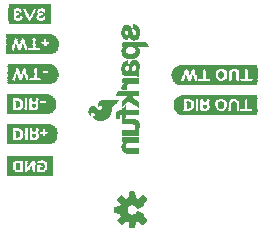
<source format=gbo>
G04 EAGLE Gerber RS-274X export*
G75*
%MOMM*%
%FSLAX34Y34*%
%LPD*%
%INSilkscreen Bottom*%
%IPPOS*%
%AMOC8*
5,1,8,0,0,1.08239X$1,22.5*%
G01*
%ADD10R,3.520000X0.040000*%
%ADD11R,3.640000X0.040000*%
%ADD12R,3.720000X0.040000*%
%ADD13R,3.800000X0.040000*%
%ADD14R,3.840000X0.040000*%
%ADD15R,3.880000X0.040000*%
%ADD16R,3.920000X0.040000*%
%ADD17R,3.960000X0.040000*%
%ADD18R,0.480000X0.040000*%
%ADD19R,0.440000X0.040000*%
%ADD20R,0.160000X0.040000*%
%ADD21R,1.560000X0.040000*%
%ADD22R,0.360000X0.040000*%
%ADD23R,0.120000X0.040000*%
%ADD24R,1.480000X0.040000*%
%ADD25R,0.320000X0.040000*%
%ADD26R,0.240000X0.040000*%
%ADD27R,1.440000X0.040000*%
%ADD28R,0.200000X0.040000*%
%ADD29R,0.280000X0.040000*%
%ADD30R,0.400000X0.040000*%
%ADD31R,1.520000X0.040000*%
%ADD32R,0.920000X0.040000*%
%ADD33R,0.840000X0.040000*%
%ADD34R,0.800000X0.040000*%
%ADD35R,1.400000X0.040000*%
%ADD36R,1.360000X0.040000*%
%ADD37R,1.320000X0.040000*%
%ADD38R,0.520000X0.040000*%
%ADD39R,3.680000X0.040000*%
%ADD40R,4.000000X0.040000*%
%ADD41R,4.040000X0.040000*%
%ADD42R,4.080000X0.040000*%
%ADD43R,4.120000X0.040000*%
%ADD44R,1.720000X0.040000*%
%ADD45R,1.640000X0.040000*%
%ADD46R,1.600000X0.040000*%
%ADD47R,1.080000X0.040000*%
%ADD48R,0.080000X0.040000*%
%ADD49R,1.040000X0.040000*%
%ADD50R,1.000000X0.040000*%
%ADD51R,0.960000X0.040000*%
%ADD52R,6.480000X0.040000*%
%ADD53R,6.600000X0.040000*%
%ADD54R,6.680000X0.040000*%
%ADD55R,6.760000X0.040000*%
%ADD56R,6.800000X0.040000*%
%ADD57R,6.840000X0.040000*%
%ADD58R,6.880000X0.040000*%
%ADD59R,3.760000X0.040000*%
%ADD60R,2.960000X0.040000*%
%ADD61R,0.760000X0.040000*%
%ADD62R,0.720000X0.040000*%
%ADD63R,0.640000X0.040000*%
%ADD64R,0.600000X0.040000*%
%ADD65R,0.560000X0.040000*%
%ADD66R,0.880000X0.040000*%
%ADD67R,0.680000X0.040000*%
%ADD68R,4.160000X0.040000*%
%ADD69R,4.200000X0.040000*%
%ADD70R,4.240000X0.040000*%
%ADD71R,2.600000X0.040000*%
%ADD72R,0.040000X0.040000*%
%ADD73R,1.920000X0.040000*%
%ADD74R,1.960000X0.040000*%
%ADD75R,1.840000X0.040000*%
%ADD76R,2.480000X0.040000*%
%ADD77R,1.760000X0.040000*%
%ADD78R,1.800000X0.040000*%
%ADD79R,1.680000X0.040000*%
%ADD80R,6.640000X0.040000*%
%ADD81R,6.920000X0.040000*%
%ADD82R,6.960000X0.040000*%
%ADD83R,7.000000X0.040000*%
%ADD84R,7.040000X0.040000*%
%ADD85R,2.040000X0.040000*%
%ADD86R,1.160000X0.040000*%
%ADD87R,2.800000X0.040000*%

G36*
X128935Y9780D02*
X128935Y9780D01*
X129043Y9794D01*
X129055Y9800D01*
X129069Y9802D01*
X129165Y9854D01*
X129262Y9901D01*
X129272Y9911D01*
X129284Y9917D01*
X129358Y9997D01*
X129435Y10073D01*
X129441Y10085D01*
X129451Y10096D01*
X129496Y10194D01*
X129544Y10291D01*
X129548Y10309D01*
X129552Y10318D01*
X129554Y10339D01*
X129573Y10436D01*
X130016Y14787D01*
X131175Y15158D01*
X131193Y15168D01*
X131290Y15206D01*
X132372Y15763D01*
X135762Y12999D01*
X135856Y12945D01*
X135948Y12888D01*
X135961Y12885D01*
X135973Y12878D01*
X136080Y12857D01*
X136185Y12832D01*
X136199Y12834D01*
X136213Y12831D01*
X136320Y12846D01*
X136428Y12856D01*
X136441Y12862D01*
X136455Y12864D01*
X136552Y12912D01*
X136651Y12957D01*
X136664Y12968D01*
X136673Y12972D01*
X136688Y12988D01*
X136765Y13050D01*
X139350Y15635D01*
X139413Y15724D01*
X139479Y15809D01*
X139484Y15822D01*
X139492Y15834D01*
X139523Y15937D01*
X139559Y16040D01*
X139559Y16054D01*
X139563Y16067D01*
X139559Y16175D01*
X139560Y16284D01*
X139555Y16297D01*
X139555Y16311D01*
X139517Y16413D01*
X139482Y16515D01*
X139473Y16530D01*
X139469Y16539D01*
X139455Y16556D01*
X139401Y16638D01*
X136637Y20028D01*
X137194Y21110D01*
X137211Y21163D01*
X137237Y21212D01*
X137248Y21278D01*
X137269Y21342D01*
X137268Y21398D01*
X137277Y21452D01*
X137266Y21519D01*
X137265Y21586D01*
X137247Y21638D01*
X137238Y21693D01*
X137206Y21753D01*
X137183Y21816D01*
X137149Y21859D01*
X137123Y21909D01*
X137074Y21955D01*
X137032Y22007D01*
X136985Y22038D01*
X136945Y22076D01*
X136840Y22132D01*
X136827Y22140D01*
X136822Y22141D01*
X136815Y22145D01*
X131618Y24298D01*
X131519Y24321D01*
X131421Y24350D01*
X131400Y24349D01*
X131380Y24354D01*
X131279Y24344D01*
X131178Y24339D01*
X131158Y24332D01*
X131137Y24330D01*
X131045Y24288D01*
X130950Y24251D01*
X130934Y24238D01*
X130915Y24229D01*
X130841Y24160D01*
X130763Y24095D01*
X130747Y24072D01*
X130737Y24062D01*
X130725Y24041D01*
X130678Y23974D01*
X130172Y23075D01*
X129528Y22388D01*
X128740Y21873D01*
X127852Y21561D01*
X126915Y21469D01*
X125983Y21602D01*
X125109Y21953D01*
X124344Y22502D01*
X123731Y23216D01*
X123306Y24056D01*
X123092Y24973D01*
X123102Y25914D01*
X123336Y26826D01*
X123779Y27656D01*
X124408Y28357D01*
X125185Y28889D01*
X126066Y29220D01*
X127001Y29333D01*
X127918Y29225D01*
X128786Y28905D01*
X129555Y28391D01*
X130182Y27712D01*
X130677Y26828D01*
X130741Y26748D01*
X130801Y26665D01*
X130817Y26653D01*
X130830Y26637D01*
X130916Y26582D01*
X130999Y26522D01*
X131018Y26516D01*
X131035Y26506D01*
X131134Y26481D01*
X131233Y26451D01*
X131252Y26452D01*
X131272Y26447D01*
X131374Y26456D01*
X131476Y26459D01*
X131501Y26467D01*
X131515Y26468D01*
X131537Y26478D01*
X131618Y26502D01*
X136815Y28655D01*
X136862Y28684D01*
X136914Y28705D01*
X136965Y28748D01*
X137022Y28784D01*
X137057Y28827D01*
X137100Y28863D01*
X137134Y28920D01*
X137177Y28972D01*
X137196Y29024D01*
X137225Y29072D01*
X137239Y29138D01*
X137263Y29201D01*
X137265Y29256D01*
X137276Y29310D01*
X137269Y29377D01*
X137271Y29444D01*
X137255Y29498D01*
X137248Y29553D01*
X137204Y29664D01*
X137200Y29678D01*
X137197Y29682D01*
X137194Y29690D01*
X136637Y30772D01*
X139401Y34162D01*
X139455Y34256D01*
X139512Y34348D01*
X139515Y34361D01*
X139522Y34373D01*
X139543Y34480D01*
X139568Y34585D01*
X139566Y34599D01*
X139569Y34613D01*
X139554Y34720D01*
X139544Y34828D01*
X139538Y34841D01*
X139536Y34855D01*
X139488Y34952D01*
X139443Y35051D01*
X139432Y35064D01*
X139428Y35073D01*
X139412Y35088D01*
X139350Y35165D01*
X136765Y37750D01*
X136676Y37813D01*
X136591Y37879D01*
X136578Y37884D01*
X136566Y37892D01*
X136463Y37923D01*
X136360Y37959D01*
X136346Y37959D01*
X136333Y37963D01*
X136225Y37959D01*
X136116Y37960D01*
X136103Y37955D01*
X136089Y37955D01*
X135987Y37917D01*
X135885Y37882D01*
X135870Y37873D01*
X135861Y37869D01*
X135844Y37855D01*
X135762Y37801D01*
X132372Y35037D01*
X131290Y35594D01*
X131270Y35600D01*
X131175Y35642D01*
X130016Y36013D01*
X129573Y40364D01*
X129545Y40468D01*
X129520Y40574D01*
X129513Y40586D01*
X129510Y40599D01*
X129449Y40689D01*
X129392Y40782D01*
X129381Y40790D01*
X129373Y40802D01*
X129287Y40868D01*
X129203Y40937D01*
X129190Y40941D01*
X129179Y40950D01*
X129076Y40984D01*
X128975Y41023D01*
X128957Y41024D01*
X128948Y41028D01*
X128926Y41028D01*
X128828Y41037D01*
X125172Y41037D01*
X125065Y41020D01*
X124957Y41006D01*
X124945Y41000D01*
X124931Y40998D01*
X124835Y40946D01*
X124738Y40899D01*
X124728Y40889D01*
X124716Y40883D01*
X124642Y40803D01*
X124565Y40727D01*
X124559Y40715D01*
X124549Y40705D01*
X124504Y40606D01*
X124456Y40509D01*
X124452Y40491D01*
X124448Y40482D01*
X124446Y40461D01*
X124427Y40364D01*
X123984Y36013D01*
X122825Y35642D01*
X122807Y35632D01*
X122710Y35594D01*
X121628Y35037D01*
X118238Y37801D01*
X118144Y37855D01*
X118052Y37912D01*
X118039Y37915D01*
X118027Y37922D01*
X117920Y37943D01*
X117815Y37968D01*
X117801Y37966D01*
X117787Y37969D01*
X117680Y37954D01*
X117572Y37944D01*
X117559Y37938D01*
X117546Y37936D01*
X117448Y37888D01*
X117349Y37843D01*
X117336Y37832D01*
X117327Y37828D01*
X117312Y37812D01*
X117235Y37750D01*
X114650Y35165D01*
X114587Y35076D01*
X114521Y34991D01*
X114516Y34978D01*
X114508Y34966D01*
X114477Y34863D01*
X114441Y34760D01*
X114441Y34746D01*
X114437Y34733D01*
X114441Y34625D01*
X114440Y34516D01*
X114445Y34503D01*
X114445Y34489D01*
X114483Y34387D01*
X114518Y34285D01*
X114527Y34270D01*
X114531Y34261D01*
X114545Y34244D01*
X114599Y34162D01*
X117363Y30772D01*
X116806Y29690D01*
X116800Y29670D01*
X116758Y29575D01*
X116387Y28416D01*
X112036Y27973D01*
X111932Y27945D01*
X111826Y27920D01*
X111814Y27913D01*
X111801Y27910D01*
X111711Y27849D01*
X111618Y27792D01*
X111610Y27781D01*
X111598Y27773D01*
X111532Y27687D01*
X111464Y27603D01*
X111459Y27590D01*
X111450Y27579D01*
X111416Y27476D01*
X111377Y27375D01*
X111376Y27357D01*
X111372Y27348D01*
X111373Y27326D01*
X111363Y27228D01*
X111363Y23572D01*
X111380Y23465D01*
X111394Y23357D01*
X111400Y23345D01*
X111402Y23331D01*
X111454Y23235D01*
X111501Y23138D01*
X111511Y23128D01*
X111517Y23116D01*
X111597Y23042D01*
X111673Y22965D01*
X111685Y22959D01*
X111696Y22949D01*
X111794Y22904D01*
X111891Y22856D01*
X111909Y22852D01*
X111918Y22848D01*
X111939Y22846D01*
X112036Y22827D01*
X116387Y22384D01*
X116758Y21225D01*
X116768Y21207D01*
X116806Y21110D01*
X117363Y20028D01*
X114599Y16638D01*
X114545Y16544D01*
X114488Y16452D01*
X114485Y16439D01*
X114478Y16427D01*
X114457Y16320D01*
X114432Y16215D01*
X114434Y16201D01*
X114431Y16187D01*
X114446Y16080D01*
X114456Y15972D01*
X114462Y15959D01*
X114464Y15946D01*
X114512Y15848D01*
X114557Y15749D01*
X114568Y15736D01*
X114572Y15727D01*
X114588Y15712D01*
X114650Y15635D01*
X117235Y13050D01*
X117324Y12987D01*
X117409Y12921D01*
X117422Y12916D01*
X117434Y12908D01*
X117537Y12877D01*
X117640Y12841D01*
X117654Y12841D01*
X117667Y12837D01*
X117775Y12841D01*
X117884Y12840D01*
X117897Y12845D01*
X117911Y12845D01*
X118013Y12883D01*
X118115Y12918D01*
X118130Y12927D01*
X118139Y12931D01*
X118156Y12945D01*
X118238Y12999D01*
X121628Y15763D01*
X122710Y15206D01*
X122730Y15200D01*
X122825Y15158D01*
X123984Y14787D01*
X124427Y10436D01*
X124455Y10332D01*
X124480Y10226D01*
X124487Y10214D01*
X124490Y10201D01*
X124551Y10111D01*
X124608Y10018D01*
X124619Y10010D01*
X124627Y9998D01*
X124713Y9932D01*
X124797Y9864D01*
X124810Y9859D01*
X124821Y9850D01*
X124924Y9816D01*
X125025Y9777D01*
X125043Y9776D01*
X125052Y9772D01*
X125074Y9773D01*
X125172Y9763D01*
X128828Y9763D01*
X128935Y9780D01*
G37*
G36*
X101761Y100810D02*
X101761Y100810D01*
X101793Y100820D01*
X101842Y100824D01*
X103642Y101324D01*
X103673Y101341D01*
X103725Y101358D01*
X105525Y102358D01*
X105543Y102375D01*
X105573Y102390D01*
X106473Y103090D01*
X106487Y103106D01*
X106509Y103121D01*
X107309Y103921D01*
X107315Y103931D01*
X107326Y103940D01*
X108026Y104740D01*
X108040Y104765D01*
X108066Y104794D01*
X108666Y105794D01*
X108674Y105819D01*
X108693Y105849D01*
X109093Y106849D01*
X109096Y106868D01*
X109107Y106890D01*
X109407Y107990D01*
X109407Y108007D01*
X109415Y108028D01*
X109615Y109228D01*
X109613Y109254D01*
X109620Y109290D01*
X109620Y111159D01*
X109703Y111656D01*
X109953Y112072D01*
X110713Y113022D01*
X111283Y113498D01*
X111293Y113510D01*
X111309Y113521D01*
X112587Y114799D01*
X113261Y115281D01*
X113279Y115301D01*
X113309Y115321D01*
X113897Y115909D01*
X114483Y116398D01*
X114493Y116410D01*
X114509Y116421D01*
X114990Y116902D01*
X115368Y117186D01*
X115383Y117204D01*
X115409Y117221D01*
X115682Y117495D01*
X115951Y117674D01*
X115969Y117693D01*
X115993Y117706D01*
X116028Y117756D01*
X116069Y117800D01*
X116077Y117826D01*
X116093Y117848D01*
X116109Y117929D01*
X116120Y117966D01*
X116118Y117977D01*
X116120Y117990D01*
X116120Y118090D01*
X116109Y118140D01*
X116107Y118191D01*
X116089Y118223D01*
X116081Y118259D01*
X116048Y118298D01*
X116024Y118343D01*
X115994Y118364D01*
X115971Y118392D01*
X115924Y118413D01*
X115882Y118443D01*
X115840Y118451D01*
X115812Y118463D01*
X115782Y118462D01*
X115740Y118470D01*
X102940Y118470D01*
X102922Y118466D01*
X102898Y118468D01*
X101098Y118268D01*
X101067Y118257D01*
X101020Y118251D01*
X100420Y118051D01*
X100400Y118038D01*
X100370Y118030D01*
X99873Y117782D01*
X99770Y117730D01*
X99760Y117722D01*
X99744Y117716D01*
X99244Y117416D01*
X99230Y117402D01*
X99211Y117393D01*
X99141Y117316D01*
X99120Y117295D01*
X99118Y117290D01*
X99114Y117286D01*
X98824Y116802D01*
X98536Y116418D01*
X98521Y116383D01*
X98487Y116331D01*
X98087Y115331D01*
X98082Y115298D01*
X98065Y115253D01*
X97965Y114653D01*
X97967Y114626D01*
X97960Y114590D01*
X97960Y113790D01*
X97968Y113754D01*
X97971Y113698D01*
X98060Y113343D01*
X98060Y113190D01*
X98063Y113175D01*
X98061Y113160D01*
X98098Y113028D01*
X98099Y113021D01*
X98100Y113021D01*
X98100Y113020D01*
X98200Y112820D01*
X98216Y112801D01*
X98225Y112777D01*
X98271Y112735D01*
X98311Y112687D01*
X98334Y112677D01*
X98352Y112660D01*
X98412Y112642D01*
X98469Y112616D01*
X98494Y112618D01*
X98518Y112610D01*
X98580Y112621D01*
X98642Y112624D01*
X98664Y112636D01*
X98689Y112640D01*
X98762Y112689D01*
X98794Y112707D01*
X98799Y112715D01*
X98809Y112721D01*
X98909Y112821D01*
X98929Y112853D01*
X98980Y112920D01*
X99180Y113320D01*
X99186Y113343D01*
X99201Y113370D01*
X99272Y113585D01*
X99582Y113895D01*
X99809Y114045D01*
X100002Y114110D01*
X100178Y114110D01*
X100394Y114038D01*
X100715Y113878D01*
X100945Y113648D01*
X101102Y113412D01*
X101274Y112981D01*
X101360Y112552D01*
X101360Y111837D01*
X101187Y111146D01*
X100856Y110650D01*
X100455Y110329D01*
X99978Y110170D01*
X99418Y110170D01*
X98845Y110416D01*
X98091Y111076D01*
X97193Y111874D01*
X97191Y111875D01*
X97190Y111876D01*
X96390Y112576D01*
X96361Y112592D01*
X96325Y112622D01*
X95425Y113122D01*
X95387Y113133D01*
X95323Y113161D01*
X94423Y113361D01*
X94389Y113361D01*
X94340Y113370D01*
X93540Y113370D01*
X93503Y113362D01*
X93420Y113351D01*
X92520Y113051D01*
X92486Y113030D01*
X92419Y112999D01*
X91719Y112499D01*
X91696Y112473D01*
X91656Y112443D01*
X90856Y111543D01*
X90839Y111512D01*
X90806Y111472D01*
X90206Y110372D01*
X90196Y110336D01*
X90166Y110258D01*
X89966Y109158D01*
X89967Y109129D01*
X89960Y109090D01*
X89960Y108090D01*
X89968Y108053D01*
X89979Y107970D01*
X90279Y107070D01*
X90283Y107064D01*
X90284Y107057D01*
X90584Y106257D01*
X90594Y106242D01*
X90600Y106220D01*
X90900Y105620D01*
X90918Y105598D01*
X90936Y105562D01*
X91236Y105162D01*
X91254Y105147D01*
X91271Y105121D01*
X91371Y105021D01*
X91393Y105008D01*
X91409Y104988D01*
X91466Y104962D01*
X91518Y104930D01*
X91544Y104927D01*
X91568Y104917D01*
X91629Y104919D01*
X91691Y104913D01*
X91715Y104922D01*
X91741Y104923D01*
X91795Y104953D01*
X91853Y104975D01*
X91870Y104994D01*
X91893Y105006D01*
X91928Y105057D01*
X91970Y105102D01*
X91978Y105127D01*
X91993Y105148D01*
X92009Y105232D01*
X92020Y105268D01*
X92018Y105278D01*
X92020Y105290D01*
X92020Y105590D01*
X92012Y105627D01*
X92001Y105710D01*
X91920Y105952D01*
X91920Y106143D01*
X92009Y106498D01*
X92009Y106506D01*
X92013Y106515D01*
X92103Y106966D01*
X92265Y107289D01*
X92505Y107610D01*
X92709Y107745D01*
X92960Y107829D01*
X92980Y107842D01*
X93010Y107850D01*
X93186Y107938D01*
X93340Y107989D01*
X93520Y107929D01*
X93533Y107928D01*
X93548Y107921D01*
X93884Y107837D01*
X94129Y107674D01*
X94149Y107666D01*
X94170Y107650D01*
X94515Y107478D01*
X94745Y107248D01*
X94924Y106979D01*
X94931Y106972D01*
X94936Y106962D01*
X95229Y106570D01*
X95411Y106299D01*
X95760Y105600D01*
X95760Y105052D01*
X95695Y104859D01*
X95596Y104710D01*
X95178Y104570D01*
X94440Y104570D01*
X94390Y104558D01*
X94338Y104556D01*
X94306Y104539D01*
X94271Y104531D01*
X94231Y104498D01*
X94186Y104473D01*
X94165Y104443D01*
X94138Y104421D01*
X94116Y104373D01*
X94087Y104331D01*
X94081Y104295D01*
X94067Y104262D01*
X94069Y104211D01*
X94061Y104160D01*
X94072Y104119D01*
X94073Y104089D01*
X94088Y104062D01*
X94100Y104020D01*
X94500Y103220D01*
X94503Y103216D01*
X94575Y103122D01*
X94577Y103119D01*
X94578Y103117D01*
X94587Y103106D01*
X95487Y102306D01*
X95515Y102291D01*
X95548Y102262D01*
X96748Y101562D01*
X96777Y101553D01*
X96812Y101532D01*
X98212Y101032D01*
X98238Y101029D01*
X98270Y101016D01*
X99870Y100716D01*
X99906Y100718D01*
X99961Y100710D01*
X101761Y100810D01*
G37*
G36*
X125937Y152914D02*
X125937Y152914D01*
X125967Y152911D01*
X127367Y153011D01*
X127392Y153018D01*
X127426Y153020D01*
X128726Y153320D01*
X128750Y153332D01*
X128786Y153339D01*
X129986Y153839D01*
X130001Y153849D01*
X130022Y153856D01*
X131122Y154456D01*
X131151Y154482D01*
X131209Y154521D01*
X132109Y155421D01*
X132122Y155443D01*
X132148Y155466D01*
X132948Y156566D01*
X132963Y156602D01*
X133001Y156670D01*
X133401Y157870D01*
X133404Y157900D01*
X133417Y157940D01*
X133617Y159440D01*
X133613Y159479D01*
X133615Y159553D01*
X133315Y161353D01*
X133310Y161366D01*
X133309Y161376D01*
X133298Y161397D01*
X133280Y161460D01*
X132980Y162060D01*
X132972Y162070D01*
X132966Y162086D01*
X132366Y163086D01*
X132346Y163106D01*
X132278Y163187D01*
X131999Y163410D01*
X141240Y163410D01*
X141265Y163416D01*
X141291Y163413D01*
X141349Y163435D01*
X141409Y163449D01*
X141429Y163466D01*
X141453Y163475D01*
X141495Y163520D01*
X141542Y163559D01*
X141553Y163583D01*
X141570Y163602D01*
X141588Y163661D01*
X141613Y163718D01*
X141612Y163743D01*
X141620Y163768D01*
X141609Y163829D01*
X141607Y163891D01*
X141594Y163913D01*
X141590Y163939D01*
X141542Y164010D01*
X141524Y164043D01*
X141516Y164049D01*
X141509Y164059D01*
X140624Y164944D01*
X139437Y166428D01*
X139422Y166439D01*
X139409Y166459D01*
X138524Y167344D01*
X138137Y167828D01*
X138129Y167834D01*
X138124Y167843D01*
X138061Y167887D01*
X138001Y167935D01*
X137991Y167937D01*
X137982Y167943D01*
X137840Y167970D01*
X119340Y167970D01*
X119336Y167969D01*
X119331Y167970D01*
X119251Y167950D01*
X119171Y167931D01*
X119168Y167928D01*
X119164Y167927D01*
X119102Y167873D01*
X119038Y167821D01*
X119036Y167816D01*
X119032Y167814D01*
X118971Y167682D01*
X118871Y167282D01*
X118871Y167274D01*
X118867Y167265D01*
X118767Y166765D01*
X118768Y166733D01*
X118760Y166690D01*
X118760Y166237D01*
X118671Y165882D01*
X118671Y165874D01*
X118667Y165865D01*
X118569Y165373D01*
X118471Y164982D01*
X118471Y164974D01*
X118467Y164965D01*
X118267Y163965D01*
X118267Y163963D01*
X118267Y163962D01*
X118270Y163878D01*
X118273Y163791D01*
X118273Y163790D01*
X118273Y163789D01*
X118315Y163714D01*
X118355Y163639D01*
X118356Y163638D01*
X118356Y163637D01*
X118424Y163589D01*
X118496Y163538D01*
X118497Y163538D01*
X118498Y163537D01*
X118640Y163510D01*
X119422Y163510D01*
X119271Y163359D01*
X119261Y163343D01*
X119243Y163328D01*
X118843Y162828D01*
X118833Y162807D01*
X118814Y162786D01*
X118214Y161786D01*
X118210Y161773D01*
X118165Y161653D01*
X117965Y160453D01*
X117967Y160426D01*
X117960Y160390D01*
X117960Y159690D01*
X117962Y159679D01*
X117961Y159665D01*
X118061Y158165D01*
X118072Y158128D01*
X118082Y158062D01*
X118582Y156662D01*
X118601Y156633D01*
X118619Y156586D01*
X119319Y155486D01*
X119347Y155459D01*
X119386Y155407D01*
X120386Y154507D01*
X120409Y154494D01*
X120436Y154469D01*
X121536Y153769D01*
X121572Y153757D01*
X121628Y153727D01*
X122928Y153327D01*
X122943Y153326D01*
X122960Y153318D01*
X124360Y153018D01*
X124384Y153019D01*
X124415Y153011D01*
X125915Y152911D01*
X125937Y152914D01*
G37*
G36*
X132890Y138021D02*
X132890Y138021D01*
X132941Y138023D01*
X132973Y138041D01*
X133009Y138049D01*
X133048Y138082D01*
X133093Y138106D01*
X133114Y138136D01*
X133142Y138159D01*
X133163Y138206D01*
X133193Y138248D01*
X133201Y138290D01*
X133213Y138318D01*
X133212Y138348D01*
X133220Y138390D01*
X133220Y142290D01*
X133209Y142340D01*
X133207Y142391D01*
X133189Y142423D01*
X133181Y142459D01*
X133148Y142498D01*
X133124Y142543D01*
X133094Y142564D01*
X133071Y142592D01*
X133024Y142613D01*
X132982Y142643D01*
X132940Y142651D01*
X132912Y142663D01*
X132902Y142663D01*
X132844Y142699D01*
X132782Y142743D01*
X132770Y142745D01*
X132762Y142750D01*
X132725Y142754D01*
X132711Y142756D01*
X132709Y142759D01*
X132644Y142799D01*
X132582Y142843D01*
X132570Y142845D01*
X132562Y142850D01*
X132525Y142854D01*
X132440Y142870D01*
X132291Y142870D01*
X132270Y142883D01*
X132409Y143021D01*
X132425Y143048D01*
X132456Y143079D01*
X132656Y143379D01*
X132670Y143415D01*
X132701Y143470D01*
X132785Y143722D01*
X132956Y143979D01*
X132970Y144015D01*
X133001Y144070D01*
X133401Y145270D01*
X133404Y145307D01*
X133420Y145390D01*
X133420Y145628D01*
X133501Y145870D01*
X133504Y145901D01*
X133513Y145923D01*
X133512Y145949D01*
X133520Y145990D01*
X133520Y146328D01*
X133601Y146570D01*
X133604Y146607D01*
X133620Y146690D01*
X133620Y147790D01*
X133613Y147820D01*
X133613Y147865D01*
X133520Y148328D01*
X133520Y148790D01*
X133512Y148826D01*
X133509Y148882D01*
X133409Y149282D01*
X133399Y149302D01*
X133393Y149331D01*
X133193Y149831D01*
X133185Y149843D01*
X133180Y149860D01*
X132980Y150260D01*
X132967Y150276D01*
X132956Y150301D01*
X132770Y150581D01*
X132580Y150960D01*
X132556Y150989D01*
X132509Y151059D01*
X132209Y151359D01*
X132182Y151375D01*
X132151Y151406D01*
X131860Y151601D01*
X131468Y151894D01*
X131459Y151898D01*
X131451Y151906D01*
X131151Y152106D01*
X131150Y152107D01*
X131149Y152108D01*
X131015Y152163D01*
X130564Y152253D01*
X130210Y152430D01*
X130205Y152431D01*
X130204Y152432D01*
X130201Y152432D01*
X130195Y152434D01*
X130182Y152443D01*
X130048Y152469D01*
X130042Y152470D01*
X130041Y152470D01*
X130040Y152470D01*
X129578Y152470D01*
X129115Y152563D01*
X129105Y152563D01*
X128972Y152564D01*
X127872Y152364D01*
X127850Y152355D01*
X127820Y152351D01*
X126920Y152051D01*
X126904Y152041D01*
X126898Y152040D01*
X126890Y152033D01*
X126851Y152020D01*
X126151Y151620D01*
X126127Y151597D01*
X126051Y151537D01*
X125451Y150837D01*
X125437Y150811D01*
X125410Y150779D01*
X125010Y150079D01*
X125002Y150053D01*
X124984Y150024D01*
X124684Y149224D01*
X124682Y149205D01*
X124671Y149182D01*
X124471Y148382D01*
X124471Y148361D01*
X124465Y148349D01*
X124465Y148343D01*
X124462Y148332D01*
X124362Y147432D01*
X124163Y145638D01*
X124067Y144969D01*
X123877Y144303D01*
X123692Y143750D01*
X123452Y143350D01*
X123213Y143170D01*
X122330Y143170D01*
X121865Y143403D01*
X121809Y143459D01*
X121777Y143479D01*
X121710Y143530D01*
X121623Y143573D01*
X121420Y143980D01*
X121420Y144090D01*
X121417Y144105D01*
X121419Y144120D01*
X121406Y144168D01*
X121405Y144194D01*
X121392Y144219D01*
X121382Y144252D01*
X121381Y144259D01*
X121380Y144259D01*
X121380Y144260D01*
X121320Y144380D01*
X121320Y146000D01*
X121753Y146865D01*
X122065Y147178D01*
X122186Y147238D01*
X122460Y147329D01*
X122480Y147342D01*
X122510Y147350D01*
X122630Y147410D01*
X123040Y147410D01*
X123090Y147421D01*
X123141Y147423D01*
X123173Y147441D01*
X123209Y147449D01*
X123248Y147482D01*
X123293Y147506D01*
X123314Y147536D01*
X123342Y147559D01*
X123363Y147606D01*
X123393Y147648D01*
X123401Y147690D01*
X123413Y147718D01*
X123412Y147748D01*
X123420Y147790D01*
X123420Y151690D01*
X123402Y151770D01*
X123385Y151850D01*
X123382Y151854D01*
X123381Y151859D01*
X123329Y151922D01*
X123279Y151986D01*
X123274Y151988D01*
X123271Y151992D01*
X123196Y152026D01*
X123122Y152061D01*
X123117Y152061D01*
X123112Y152063D01*
X123085Y152062D01*
X122978Y152065D01*
X121778Y151865D01*
X121754Y151855D01*
X121720Y151851D01*
X121120Y151651D01*
X121088Y151631D01*
X121012Y151594D01*
X120628Y151306D01*
X120144Y151016D01*
X120132Y151004D01*
X120112Y150994D01*
X119712Y150694D01*
X119687Y150664D01*
X119636Y150618D01*
X119336Y150218D01*
X119329Y150202D01*
X119314Y150186D01*
X118714Y149186D01*
X118706Y149161D01*
X118687Y149131D01*
X118487Y148631D01*
X118483Y148602D01*
X118467Y148565D01*
X118372Y148088D01*
X118179Y147510D01*
X118177Y147485D01*
X118165Y147453D01*
X118066Y146859D01*
X117967Y146365D01*
X117968Y146333D01*
X117960Y146290D01*
X117960Y143990D01*
X117967Y143960D01*
X117967Y143915D01*
X118060Y143452D01*
X118060Y142890D01*
X118067Y142860D01*
X118067Y142815D01*
X118167Y142315D01*
X118179Y142289D01*
X118187Y142249D01*
X118374Y141781D01*
X118467Y141315D01*
X118479Y141289D01*
X118487Y141249D01*
X118687Y140749D01*
X118709Y140718D01*
X118736Y140662D01*
X119636Y139462D01*
X119666Y139437D01*
X119712Y139386D01*
X120112Y139086D01*
X120138Y139074D01*
X120170Y139050D01*
X120570Y138850D01*
X120584Y138847D01*
X120599Y138837D01*
X121099Y138637D01*
X121128Y138633D01*
X121165Y138617D01*
X121665Y138517D01*
X121697Y138518D01*
X121740Y138510D01*
X130350Y138510D01*
X130470Y138450D01*
X130485Y138446D01*
X130498Y138437D01*
X130632Y138411D01*
X130639Y138410D01*
X130640Y138410D01*
X131450Y138410D01*
X131570Y138350D01*
X131585Y138346D01*
X131598Y138337D01*
X131732Y138311D01*
X131739Y138310D01*
X131740Y138310D01*
X131850Y138310D01*
X131970Y138250D01*
X131985Y138246D01*
X131998Y138237D01*
X132132Y138211D01*
X132139Y138210D01*
X132140Y138210D01*
X132350Y138210D01*
X132415Y138178D01*
X132471Y138121D01*
X132536Y138081D01*
X132598Y138037D01*
X132610Y138035D01*
X132618Y138030D01*
X132655Y138026D01*
X132740Y138010D01*
X132840Y138010D01*
X132890Y138021D01*
G37*
G36*
X132867Y111721D02*
X132867Y111721D01*
X132941Y111723D01*
X132953Y111730D01*
X132967Y111731D01*
X133028Y111771D01*
X133093Y111806D01*
X133101Y111817D01*
X133112Y111825D01*
X133150Y111888D01*
X133193Y111948D01*
X133196Y111963D01*
X133202Y111973D01*
X133205Y112012D01*
X133220Y112090D01*
X133220Y116790D01*
X133213Y116822D01*
X133215Y116856D01*
X133193Y116906D01*
X133181Y116959D01*
X133160Y116984D01*
X133147Y117015D01*
X133095Y117062D01*
X133071Y117092D01*
X133056Y117099D01*
X133040Y117113D01*
X127134Y120769D01*
X128105Y121810D01*
X132840Y121810D01*
X132890Y121821D01*
X132941Y121823D01*
X132973Y121841D01*
X133009Y121849D01*
X133048Y121882D01*
X133093Y121906D01*
X133114Y121936D01*
X133142Y121959D01*
X133163Y122006D01*
X133193Y122048D01*
X133201Y122090D01*
X133213Y122118D01*
X133212Y122148D01*
X133220Y122190D01*
X133220Y126090D01*
X133209Y126140D01*
X133207Y126191D01*
X133189Y126223D01*
X133181Y126259D01*
X133148Y126298D01*
X133124Y126343D01*
X133094Y126364D01*
X133071Y126392D01*
X133024Y126413D01*
X132982Y126443D01*
X132940Y126451D01*
X132912Y126463D01*
X132882Y126462D01*
X132840Y126470D01*
X115440Y126470D01*
X115397Y126460D01*
X115352Y126460D01*
X115313Y126441D01*
X115271Y126431D01*
X115237Y126402D01*
X115197Y126382D01*
X115164Y126343D01*
X115138Y126321D01*
X115127Y126297D01*
X115105Y126270D01*
X113005Y122370D01*
X112990Y122315D01*
X112967Y122262D01*
X112968Y122232D01*
X112960Y122203D01*
X112971Y122147D01*
X112973Y122089D01*
X112988Y122063D01*
X112994Y122033D01*
X113029Y121988D01*
X113056Y121937D01*
X113081Y121920D01*
X113099Y121896D01*
X113151Y121870D01*
X113198Y121837D01*
X113232Y121831D01*
X113255Y121819D01*
X113290Y121820D01*
X113340Y121810D01*
X122795Y121810D01*
X118377Y117564D01*
X118333Y117497D01*
X118287Y117432D01*
X118286Y117424D01*
X118282Y117419D01*
X118278Y117386D01*
X118260Y117290D01*
X118260Y112690D01*
X118266Y112663D01*
X118264Y112636D01*
X118286Y112580D01*
X118299Y112521D01*
X118317Y112500D01*
X118327Y112474D01*
X118371Y112434D01*
X118409Y112388D01*
X118435Y112376D01*
X118455Y112358D01*
X118513Y112341D01*
X118568Y112317D01*
X118595Y112318D01*
X118622Y112310D01*
X118681Y112321D01*
X118741Y112323D01*
X118765Y112337D01*
X118792Y112342D01*
X118859Y112388D01*
X118893Y112406D01*
X118900Y112416D01*
X118911Y112424D01*
X123893Y117501D01*
X132632Y111772D01*
X132701Y111747D01*
X132768Y111717D01*
X132781Y111717D01*
X132794Y111713D01*
X132867Y111721D01*
G37*
G36*
X132890Y73021D02*
X132890Y73021D01*
X132941Y73023D01*
X132973Y73041D01*
X133009Y73049D01*
X133048Y73082D01*
X133093Y73106D01*
X133114Y73136D01*
X133142Y73159D01*
X133163Y73206D01*
X133193Y73248D01*
X133201Y73290D01*
X133213Y73318D01*
X133212Y73348D01*
X133220Y73390D01*
X133220Y77290D01*
X133209Y77340D01*
X133207Y77391D01*
X133189Y77423D01*
X133181Y77459D01*
X133148Y77498D01*
X133124Y77543D01*
X133094Y77564D01*
X133071Y77592D01*
X133024Y77613D01*
X132982Y77643D01*
X132940Y77651D01*
X132912Y77663D01*
X132882Y77662D01*
X132840Y77670D01*
X124864Y77670D01*
X124091Y77767D01*
X123397Y77866D01*
X122874Y77953D01*
X122452Y78206D01*
X122128Y78450D01*
X121900Y78829D01*
X121814Y79259D01*
X121724Y79798D01*
X121816Y80535D01*
X121903Y81056D01*
X122131Y81436D01*
X122558Y81777D01*
X123014Y82051D01*
X123638Y82318D01*
X124461Y82410D01*
X132840Y82410D01*
X132890Y82421D01*
X132941Y82423D01*
X132973Y82441D01*
X133009Y82449D01*
X133048Y82482D01*
X133093Y82506D01*
X133114Y82536D01*
X133142Y82559D01*
X133163Y82606D01*
X133193Y82648D01*
X133201Y82690D01*
X133213Y82718D01*
X133212Y82748D01*
X133220Y82790D01*
X133220Y86690D01*
X133209Y86740D01*
X133207Y86791D01*
X133189Y86823D01*
X133181Y86859D01*
X133148Y86898D01*
X133124Y86943D01*
X133094Y86964D01*
X133071Y86992D01*
X133024Y87013D01*
X132982Y87043D01*
X132940Y87051D01*
X132912Y87063D01*
X132882Y87062D01*
X132840Y87070D01*
X118640Y87070D01*
X118590Y87059D01*
X118539Y87057D01*
X118507Y87039D01*
X118471Y87031D01*
X118432Y86998D01*
X118387Y86974D01*
X118366Y86944D01*
X118338Y86921D01*
X118317Y86874D01*
X118287Y86832D01*
X118279Y86790D01*
X118267Y86762D01*
X118268Y86732D01*
X118260Y86690D01*
X118260Y82990D01*
X118271Y82940D01*
X118273Y82889D01*
X118291Y82857D01*
X118299Y82821D01*
X118332Y82782D01*
X118356Y82737D01*
X118386Y82716D01*
X118409Y82688D01*
X118456Y82667D01*
X118498Y82637D01*
X118540Y82629D01*
X118568Y82617D01*
X118598Y82618D01*
X118640Y82610D01*
X119622Y82610D01*
X119371Y82359D01*
X119361Y82343D01*
X119343Y82328D01*
X118943Y81828D01*
X118937Y81814D01*
X118924Y81801D01*
X118524Y81201D01*
X118510Y81165D01*
X118479Y81110D01*
X118079Y79910D01*
X118077Y79885D01*
X118065Y79853D01*
X117965Y79253D01*
X117967Y79226D01*
X117960Y79190D01*
X117960Y78590D01*
X117963Y78578D01*
X117961Y78563D01*
X118061Y77163D01*
X118070Y77133D01*
X118073Y77090D01*
X118176Y76712D01*
X118176Y76711D01*
X118280Y76331D01*
X118373Y75990D01*
X118390Y75958D01*
X118408Y75905D01*
X118908Y75005D01*
X118934Y74977D01*
X118971Y74921D01*
X119671Y74221D01*
X119701Y74203D01*
X119738Y74168D01*
X120538Y73668D01*
X120575Y73655D01*
X120631Y73626D01*
X121631Y73326D01*
X121650Y73325D01*
X121672Y73316D01*
X122772Y73116D01*
X122789Y73117D01*
X122811Y73111D01*
X124111Y73011D01*
X124124Y73013D01*
X124140Y73010D01*
X132840Y73010D01*
X132890Y73021D01*
G37*
G36*
X132890Y88421D02*
X132890Y88421D01*
X132941Y88423D01*
X132973Y88441D01*
X133009Y88449D01*
X133048Y88482D01*
X133093Y88506D01*
X133114Y88536D01*
X133142Y88559D01*
X133163Y88606D01*
X133193Y88648D01*
X133201Y88690D01*
X133213Y88718D01*
X133212Y88748D01*
X133220Y88790D01*
X133220Y92490D01*
X133209Y92540D01*
X133207Y92591D01*
X133189Y92623D01*
X133181Y92659D01*
X133148Y92698D01*
X133124Y92743D01*
X133094Y92764D01*
X133071Y92792D01*
X133024Y92813D01*
X132982Y92843D01*
X132940Y92851D01*
X132912Y92863D01*
X132882Y92862D01*
X132840Y92870D01*
X131899Y92870D01*
X132178Y93093D01*
X132199Y93120D01*
X132237Y93152D01*
X132637Y93652D01*
X132651Y93682D01*
X132680Y93720D01*
X132980Y94320D01*
X132983Y94334D01*
X132993Y94349D01*
X133193Y94849D01*
X133195Y94859D01*
X133201Y94870D01*
X133401Y95470D01*
X133403Y95499D01*
X133416Y95536D01*
X133516Y96233D01*
X133615Y96828D01*
X133613Y96863D01*
X133619Y96917D01*
X133519Y98317D01*
X133508Y98354D01*
X133506Y98368D01*
X133504Y98397D01*
X133500Y98406D01*
X133497Y98420D01*
X133097Y99520D01*
X133083Y99542D01*
X133072Y99575D01*
X132572Y100475D01*
X132551Y100498D01*
X132529Y100537D01*
X131929Y101237D01*
X131906Y101254D01*
X131825Y101322D01*
X130925Y101822D01*
X130892Y101832D01*
X130849Y101854D01*
X129849Y102154D01*
X129830Y102155D01*
X129808Y102164D01*
X128708Y102364D01*
X128679Y102363D01*
X128640Y102370D01*
X118640Y102370D01*
X118590Y102359D01*
X118539Y102357D01*
X118507Y102339D01*
X118471Y102331D01*
X118432Y102298D01*
X118387Y102274D01*
X118366Y102244D01*
X118338Y102221D01*
X118317Y102174D01*
X118287Y102132D01*
X118279Y102090D01*
X118267Y102062D01*
X118268Y102032D01*
X118260Y101990D01*
X118260Y98190D01*
X118271Y98140D01*
X118273Y98089D01*
X118291Y98057D01*
X118299Y98021D01*
X118332Y97982D01*
X118356Y97937D01*
X118386Y97916D01*
X118409Y97888D01*
X118456Y97867D01*
X118498Y97837D01*
X118540Y97829D01*
X118568Y97817D01*
X118598Y97818D01*
X118640Y97810D01*
X126616Y97810D01*
X128185Y97614D01*
X128686Y97530D01*
X129352Y97031D01*
X129580Y96651D01*
X129666Y96221D01*
X129756Y95682D01*
X129664Y94945D01*
X129577Y94424D01*
X129338Y94026D01*
X129015Y93703D01*
X128997Y93694D01*
X128480Y93435D01*
X127840Y93161D01*
X127116Y93070D01*
X118640Y93070D01*
X118590Y93059D01*
X118539Y93057D01*
X118507Y93039D01*
X118471Y93031D01*
X118432Y92998D01*
X118387Y92974D01*
X118366Y92944D01*
X118338Y92921D01*
X118317Y92874D01*
X118287Y92832D01*
X118279Y92790D01*
X118267Y92762D01*
X118268Y92732D01*
X118260Y92690D01*
X118260Y88790D01*
X118271Y88740D01*
X118273Y88689D01*
X118291Y88657D01*
X118299Y88621D01*
X118332Y88582D01*
X118356Y88537D01*
X118386Y88516D01*
X118409Y88488D01*
X118456Y88467D01*
X118498Y88437D01*
X118540Y88429D01*
X118568Y88417D01*
X118598Y88418D01*
X118640Y88410D01*
X132840Y88410D01*
X132890Y88421D01*
G37*
G36*
X128236Y168817D02*
X128236Y168817D01*
X128298Y168814D01*
X129598Y169014D01*
X129627Y169026D01*
X129670Y169033D01*
X130770Y169433D01*
X130803Y169454D01*
X130868Y169486D01*
X131668Y170086D01*
X131689Y170111D01*
X131726Y170140D01*
X132426Y170940D01*
X132444Y170973D01*
X132480Y171020D01*
X132980Y172020D01*
X132987Y172050D01*
X133007Y172090D01*
X133307Y173190D01*
X133307Y173207D01*
X133315Y173228D01*
X133515Y174428D01*
X133514Y174439D01*
X133515Y174441D01*
X133515Y174445D01*
X133519Y174458D01*
X133619Y175658D01*
X133615Y175685D01*
X133619Y175722D01*
X133519Y176922D01*
X133515Y176935D01*
X133515Y176953D01*
X133315Y178153D01*
X133308Y178168D01*
X133307Y178190D01*
X133245Y178417D01*
X133141Y178797D01*
X133038Y179177D01*
X133007Y179290D01*
X132992Y179318D01*
X132980Y179360D01*
X132480Y180360D01*
X132456Y180389D01*
X132426Y180440D01*
X131726Y181240D01*
X131701Y181258D01*
X131673Y181290D01*
X130773Y181990D01*
X130738Y182006D01*
X130681Y182043D01*
X129681Y182443D01*
X129647Y182448D01*
X129598Y182466D01*
X128298Y182666D01*
X128219Y182660D01*
X128139Y182657D01*
X128133Y182653D01*
X128125Y182652D01*
X128057Y182612D01*
X127987Y182574D01*
X127983Y182568D01*
X127976Y182564D01*
X127933Y182497D01*
X127887Y182432D01*
X127886Y182424D01*
X127882Y182418D01*
X127878Y182385D01*
X127860Y182290D01*
X127860Y178590D01*
X127871Y178540D01*
X127873Y178489D01*
X127891Y178457D01*
X127899Y178421D01*
X127932Y178382D01*
X127956Y178337D01*
X127986Y178316D01*
X128009Y178288D01*
X128056Y178267D01*
X128098Y178237D01*
X128140Y178229D01*
X128168Y178217D01*
X128198Y178218D01*
X128240Y178210D01*
X128767Y178210D01*
X129152Y178056D01*
X129468Y177818D01*
X129980Y177136D01*
X130065Y176628D01*
X130067Y176622D01*
X130067Y176615D01*
X130166Y176121D01*
X130252Y175606D01*
X130171Y175282D01*
X130171Y175246D01*
X130160Y175190D01*
X130160Y174837D01*
X130081Y174523D01*
X129915Y174191D01*
X129652Y173840D01*
X129446Y173633D01*
X128840Y173482D01*
X128573Y173549D01*
X128290Y173690D01*
X128056Y174002D01*
X127788Y174450D01*
X127605Y174996D01*
X127211Y176573D01*
X127013Y177565D01*
X127011Y177568D01*
X127011Y177573D01*
X126811Y178473D01*
X126801Y178493D01*
X126796Y178524D01*
X126496Y179324D01*
X126492Y179330D01*
X126490Y179340D01*
X126190Y180040D01*
X126178Y180055D01*
X126170Y180079D01*
X125770Y180779D01*
X125762Y180787D01*
X125756Y180801D01*
X125356Y181401D01*
X125355Y181402D01*
X125354Y181405D01*
X125251Y181506D01*
X124651Y181906D01*
X124623Y181917D01*
X124590Y181940D01*
X123890Y182240D01*
X123851Y182246D01*
X123782Y182268D01*
X122882Y182368D01*
X122851Y182364D01*
X122808Y182369D01*
X121608Y182269D01*
X121571Y182257D01*
X121499Y182243D01*
X120499Y181843D01*
X120470Y181823D01*
X120390Y181776D01*
X119590Y181076D01*
X119576Y181057D01*
X119551Y181037D01*
X118951Y180337D01*
X118934Y180305D01*
X118900Y180260D01*
X118400Y179260D01*
X118391Y179223D01*
X118367Y179165D01*
X118167Y178165D01*
X118167Y178162D01*
X118166Y178158D01*
X117966Y177058D01*
X117967Y177029D01*
X117960Y176990D01*
X117960Y174690D01*
X117966Y174662D01*
X117966Y174622D01*
X118166Y173522D01*
X118173Y173505D01*
X118176Y173481D01*
X118476Y172481D01*
X118486Y172462D01*
X118493Y172436D01*
X118893Y171536D01*
X118913Y171508D01*
X118936Y171462D01*
X119536Y170662D01*
X119566Y170637D01*
X119612Y170586D01*
X120412Y169986D01*
X120438Y169974D01*
X120470Y169950D01*
X121470Y169450D01*
X121508Y169441D01*
X121578Y169415D01*
X122778Y169215D01*
X122859Y169220D01*
X122941Y169223D01*
X122945Y169226D01*
X122950Y169226D01*
X123021Y169267D01*
X123093Y169306D01*
X123096Y169310D01*
X123100Y169313D01*
X123146Y169381D01*
X123193Y169448D01*
X123194Y169453D01*
X123196Y169457D01*
X123200Y169485D01*
X123220Y169590D01*
X123220Y173290D01*
X123217Y173303D01*
X123219Y173317D01*
X123198Y173387D01*
X123181Y173459D01*
X123172Y173469D01*
X123168Y173482D01*
X123117Y173536D01*
X123071Y173592D01*
X123058Y173598D01*
X123049Y173608D01*
X122915Y173663D01*
X122449Y173756D01*
X122018Y173928D01*
X121814Y174064D01*
X121670Y174281D01*
X121487Y174646D01*
X121320Y175063D01*
X121320Y176628D01*
X121401Y176870D01*
X121402Y176883D01*
X121409Y176898D01*
X121505Y177284D01*
X121560Y177446D01*
X121955Y177710D01*
X122193Y177710D01*
X122473Y177640D01*
X122768Y177418D01*
X123015Y177089D01*
X123288Y176544D01*
X123467Y176005D01*
X123563Y175243D01*
X123570Y175224D01*
X123571Y175198D01*
X124170Y172802D01*
X124369Y171908D01*
X124386Y171872D01*
X124410Y171801D01*
X125210Y170401D01*
X125229Y170381D01*
X125248Y170347D01*
X125748Y169747D01*
X125779Y169723D01*
X125829Y169674D01*
X126429Y169274D01*
X126457Y169263D01*
X126490Y169241D01*
X127190Y168941D01*
X127229Y168934D01*
X127298Y168912D01*
X128198Y168812D01*
X128236Y168817D01*
G37*
G36*
X116290Y102621D02*
X116290Y102621D01*
X116341Y102623D01*
X116373Y102641D01*
X116409Y102649D01*
X116448Y102682D01*
X116493Y102706D01*
X116514Y102736D01*
X116542Y102759D01*
X116563Y102806D01*
X116593Y102848D01*
X116601Y102890D01*
X116613Y102918D01*
X116612Y102948D01*
X116620Y102990D01*
X116620Y104643D01*
X116699Y104957D01*
X116835Y105230D01*
X117031Y105361D01*
X117130Y105410D01*
X117440Y105410D01*
X117476Y105418D01*
X117532Y105421D01*
X117887Y105510D01*
X118260Y105510D01*
X118260Y103190D01*
X118271Y103140D01*
X118273Y103089D01*
X118291Y103057D01*
X118299Y103021D01*
X118332Y102982D01*
X118356Y102937D01*
X118386Y102916D01*
X118409Y102888D01*
X118456Y102867D01*
X118498Y102837D01*
X118540Y102829D01*
X118568Y102817D01*
X118598Y102818D01*
X118640Y102810D01*
X121240Y102810D01*
X121290Y102821D01*
X121341Y102823D01*
X121373Y102841D01*
X121409Y102849D01*
X121448Y102882D01*
X121493Y102906D01*
X121514Y102936D01*
X121542Y102959D01*
X121563Y103006D01*
X121593Y103048D01*
X121601Y103090D01*
X121613Y103118D01*
X121612Y103148D01*
X121620Y103190D01*
X121620Y105510D01*
X132840Y105510D01*
X132890Y105521D01*
X132941Y105523D01*
X132973Y105541D01*
X133009Y105549D01*
X133048Y105582D01*
X133093Y105606D01*
X133114Y105636D01*
X133142Y105659D01*
X133163Y105706D01*
X133193Y105748D01*
X133201Y105790D01*
X133213Y105818D01*
X133212Y105848D01*
X133220Y105890D01*
X133220Y109690D01*
X133209Y109740D01*
X133207Y109791D01*
X133189Y109823D01*
X133181Y109859D01*
X133148Y109898D01*
X133124Y109943D01*
X133094Y109964D01*
X133071Y109992D01*
X133024Y110013D01*
X132982Y110043D01*
X132940Y110051D01*
X132912Y110063D01*
X132882Y110062D01*
X132840Y110070D01*
X121620Y110070D01*
X121620Y113590D01*
X121608Y113641D01*
X121606Y113694D01*
X121589Y113724D01*
X121581Y113759D01*
X121547Y113799D01*
X121522Y113845D01*
X121493Y113865D01*
X121471Y113892D01*
X121423Y113914D01*
X121379Y113944D01*
X121345Y113949D01*
X121312Y113963D01*
X121260Y113961D01*
X121208Y113969D01*
X121175Y113958D01*
X121139Y113957D01*
X121093Y113932D01*
X121043Y113915D01*
X121013Y113888D01*
X120987Y113874D01*
X120969Y113848D01*
X120936Y113818D01*
X120652Y113440D01*
X119071Y111859D01*
X119059Y111839D01*
X119036Y111818D01*
X118768Y111462D01*
X118412Y111194D01*
X118401Y111182D01*
X118387Y111174D01*
X118346Y111116D01*
X118301Y111061D01*
X118297Y111046D01*
X118287Y111032D01*
X118263Y110905D01*
X118260Y110893D01*
X118260Y110892D01*
X118260Y110890D01*
X118260Y110070D01*
X116640Y110070D01*
X116614Y110064D01*
X116507Y110046D01*
X115707Y109746D01*
X115700Y109742D01*
X115690Y109740D01*
X114990Y109440D01*
X114959Y109416D01*
X114952Y109415D01*
X114944Y109408D01*
X114897Y109382D01*
X114297Y108882D01*
X114274Y108852D01*
X114231Y108811D01*
X113731Y108111D01*
X113721Y108087D01*
X113700Y108060D01*
X113300Y107260D01*
X113293Y107233D01*
X113276Y107199D01*
X112976Y106199D01*
X112973Y106160D01*
X112960Y106090D01*
X112960Y103190D01*
X112963Y103175D01*
X112961Y103160D01*
X112998Y103028D01*
X112999Y103021D01*
X113000Y103021D01*
X113000Y103020D01*
X113100Y102820D01*
X113132Y102781D01*
X113156Y102737D01*
X113187Y102716D01*
X113211Y102687D01*
X113257Y102666D01*
X113298Y102637D01*
X113341Y102629D01*
X113369Y102616D01*
X113399Y102618D01*
X113440Y102610D01*
X116240Y102610D01*
X116290Y102621D01*
G37*
G36*
X122090Y127221D02*
X122090Y127221D01*
X122141Y127223D01*
X122173Y127241D01*
X122209Y127249D01*
X122248Y127282D01*
X122293Y127306D01*
X122314Y127336D01*
X122342Y127359D01*
X122363Y127406D01*
X122393Y127448D01*
X122401Y127490D01*
X122413Y127518D01*
X122412Y127548D01*
X122420Y127590D01*
X122420Y127690D01*
X122417Y127705D01*
X122419Y127720D01*
X122382Y127852D01*
X122381Y127859D01*
X122380Y127859D01*
X122380Y127860D01*
X122320Y127980D01*
X122320Y128971D01*
X122416Y129925D01*
X122596Y130647D01*
X122936Y131242D01*
X123458Y131676D01*
X124089Y132037D01*
X124734Y132221D01*
X125582Y132410D01*
X132840Y132410D01*
X132890Y132421D01*
X132941Y132423D01*
X132973Y132441D01*
X133009Y132449D01*
X133048Y132482D01*
X133093Y132506D01*
X133114Y132536D01*
X133142Y132559D01*
X133163Y132606D01*
X133193Y132648D01*
X133201Y132690D01*
X133213Y132718D01*
X133212Y132748D01*
X133220Y132790D01*
X133220Y136690D01*
X133209Y136740D01*
X133207Y136791D01*
X133189Y136823D01*
X133181Y136859D01*
X133148Y136898D01*
X133124Y136943D01*
X133094Y136964D01*
X133071Y136992D01*
X133024Y137013D01*
X132982Y137043D01*
X132940Y137051D01*
X132912Y137063D01*
X132882Y137062D01*
X132840Y137070D01*
X119340Y137070D01*
X119327Y137067D01*
X119313Y137069D01*
X119243Y137048D01*
X119171Y137031D01*
X119161Y137022D01*
X119148Y137018D01*
X119095Y136967D01*
X119038Y136921D01*
X119032Y136908D01*
X119022Y136899D01*
X118967Y136765D01*
X118869Y136273D01*
X118771Y135882D01*
X118771Y135846D01*
X118760Y135790D01*
X118760Y135328D01*
X118669Y134873D01*
X118571Y134482D01*
X118571Y134474D01*
X118567Y134465D01*
X118369Y133473D01*
X118271Y133082D01*
X118271Y133072D01*
X118267Y133062D01*
X118270Y132986D01*
X118268Y132909D01*
X118273Y132900D01*
X118273Y132889D01*
X118310Y132822D01*
X118343Y132753D01*
X118351Y132746D01*
X118356Y132737D01*
X118419Y132693D01*
X118479Y132645D01*
X118489Y132643D01*
X118498Y132637D01*
X118640Y132610D01*
X120056Y132610D01*
X119902Y132487D01*
X119900Y132484D01*
X119897Y132482D01*
X119297Y131982D01*
X119277Y131957D01*
X119243Y131928D01*
X118843Y131428D01*
X118832Y131404D01*
X118810Y131379D01*
X118410Y130679D01*
X118401Y130649D01*
X118379Y130610D01*
X118179Y130010D01*
X118179Y130003D01*
X118174Y129994D01*
X117974Y129294D01*
X117973Y129256D01*
X117960Y129190D01*
X117960Y127790D01*
X117977Y127716D01*
X117990Y127641D01*
X117997Y127631D01*
X117999Y127621D01*
X118023Y127592D01*
X118071Y127521D01*
X118072Y127520D01*
X118073Y127489D01*
X118091Y127457D01*
X118099Y127421D01*
X118132Y127382D01*
X118156Y127337D01*
X118186Y127316D01*
X118209Y127288D01*
X118256Y127267D01*
X118298Y127237D01*
X118340Y127229D01*
X118368Y127217D01*
X118398Y127218D01*
X118440Y127210D01*
X122040Y127210D01*
X122090Y127221D01*
G37*
%LPC*%
G36*
X124964Y157570D02*
X124964Y157570D01*
X124232Y157662D01*
X123482Y157943D01*
X122841Y158218D01*
X122326Y158647D01*
X121976Y159172D01*
X121712Y159788D01*
X121623Y160587D01*
X121712Y161298D01*
X121975Y162000D01*
X122313Y162422D01*
X122841Y162862D01*
X123482Y163137D01*
X124232Y163418D01*
X124964Y163510D01*
X126593Y163510D01*
X128118Y163128D01*
X128723Y162869D01*
X129159Y162433D01*
X129596Y161908D01*
X129766Y161316D01*
X129857Y160493D01*
X129766Y159760D01*
X129592Y159067D01*
X129172Y158563D01*
X128743Y158219D01*
X128098Y157943D01*
X127348Y157662D01*
X126616Y157570D01*
X124964Y157570D01*
G37*
%LPD*%
%LPC*%
G36*
X126555Y143170D02*
X126555Y143170D01*
X126680Y143420D01*
X126684Y143435D01*
X126693Y143448D01*
X126719Y143582D01*
X126720Y143589D01*
X126720Y143590D01*
X126720Y143700D01*
X126780Y143820D01*
X126784Y143835D01*
X126793Y143848D01*
X126819Y143982D01*
X126820Y143989D01*
X126820Y143990D01*
X126820Y144300D01*
X126880Y144420D01*
X126884Y144435D01*
X126893Y144448D01*
X126919Y144582D01*
X126920Y144589D01*
X126920Y144590D01*
X126920Y144728D01*
X127001Y144970D01*
X127004Y145007D01*
X127020Y145090D01*
X127020Y145428D01*
X127101Y145670D01*
X127104Y145707D01*
X127120Y145790D01*
X127120Y146100D01*
X127180Y146220D01*
X127184Y146235D01*
X127193Y146248D01*
X127219Y146382D01*
X127220Y146389D01*
X127220Y146390D01*
X127220Y146528D01*
X127292Y146744D01*
X127353Y146865D01*
X127409Y146921D01*
X127429Y146953D01*
X127480Y147020D01*
X127653Y147365D01*
X127709Y147421D01*
X127729Y147453D01*
X127780Y147520D01*
X127823Y147607D01*
X128230Y147810D01*
X128340Y147810D01*
X128355Y147813D01*
X128370Y147811D01*
X128502Y147848D01*
X128509Y147849D01*
X128509Y147850D01*
X128510Y147850D01*
X128630Y147910D01*
X128978Y147910D01*
X129220Y147829D01*
X129257Y147826D01*
X129340Y147810D01*
X129450Y147810D01*
X129515Y147778D01*
X129571Y147721D01*
X129603Y147701D01*
X129670Y147650D01*
X129757Y147607D01*
X129800Y147520D01*
X129824Y147491D01*
X129871Y147421D01*
X129928Y147365D01*
X130060Y147100D01*
X130060Y146990D01*
X130063Y146975D01*
X130061Y146960D01*
X130098Y146828D01*
X130099Y146821D01*
X130100Y146821D01*
X130100Y146820D01*
X130160Y146700D01*
X130160Y146590D01*
X130163Y146575D01*
X130161Y146560D01*
X130198Y146428D01*
X130199Y146421D01*
X130200Y146421D01*
X130200Y146420D01*
X130260Y146300D01*
X130260Y145928D01*
X130167Y145465D01*
X130168Y145433D01*
X130160Y145390D01*
X130160Y144980D01*
X130000Y144660D01*
X129992Y144627D01*
X129971Y144582D01*
X129887Y144246D01*
X129745Y144032D01*
X129598Y143886D01*
X129329Y143706D01*
X129308Y143684D01*
X129271Y143659D01*
X129135Y143522D01*
X128620Y143351D01*
X128600Y143338D01*
X128570Y143330D01*
X128497Y143294D01*
X128394Y143242D01*
X128178Y143170D01*
X126555Y143170D01*
G37*
%LPD*%
D10*
X38910Y106300D03*
D11*
X39510Y106700D03*
D12*
X39910Y107100D03*
D13*
X40310Y107500D03*
D14*
X40510Y107900D03*
D15*
X40710Y108300D03*
D16*
X40910Y108700D03*
D17*
X41110Y109100D03*
D18*
X23710Y109500D03*
D19*
X33910Y109500D03*
D20*
X39310Y109500D03*
D21*
X53510Y109500D03*
D18*
X23710Y109900D03*
D22*
X34310Y109900D03*
D23*
X39110Y109900D03*
D24*
X53910Y109900D03*
D18*
X23710Y110300D03*
D25*
X34510Y110300D03*
D23*
X39110Y110300D03*
D24*
X54310Y110300D03*
D18*
X23710Y110700D03*
D26*
X34910Y110700D03*
D23*
X39110Y110700D03*
D27*
X54510Y110700D03*
D18*
X23710Y111100D03*
D26*
X34910Y111100D03*
D23*
X39110Y111100D03*
D24*
X54710Y111100D03*
D18*
X23710Y111500D03*
D28*
X35110Y111500D03*
D23*
X39110Y111500D03*
D27*
X54910Y111500D03*
D18*
X23710Y111900D03*
D26*
X29710Y111900D03*
D20*
X35310Y111900D03*
D23*
X39110Y111900D03*
D26*
X43710Y111900D03*
D27*
X54910Y111900D03*
D18*
X23710Y112300D03*
D25*
X30110Y112300D03*
D20*
X35310Y112300D03*
D23*
X39110Y112300D03*
D29*
X43910Y112300D03*
D27*
X55310Y112300D03*
D18*
X23710Y112700D03*
D22*
X30310Y112700D03*
D23*
X35510Y112700D03*
X39110Y112700D03*
D29*
X43910Y112700D03*
D27*
X55310Y112700D03*
D18*
X23710Y113100D03*
D22*
X30310Y113100D03*
D23*
X35510Y113100D03*
X39110Y113100D03*
D29*
X43910Y113100D03*
D27*
X55310Y113100D03*
D18*
X23710Y113500D03*
D30*
X30510Y113500D03*
D23*
X35510Y113500D03*
X39110Y113500D03*
D29*
X43910Y113500D03*
D27*
X55310Y113500D03*
D18*
X23710Y113900D03*
D30*
X30510Y113900D03*
D23*
X35510Y113900D03*
X39110Y113900D03*
D29*
X43910Y113900D03*
D24*
X55110Y113900D03*
D18*
X23710Y114300D03*
D30*
X30510Y114300D03*
D23*
X35510Y114300D03*
X39110Y114300D03*
D24*
X55110Y114300D03*
D18*
X23710Y114700D03*
D30*
X30510Y114700D03*
D23*
X35510Y114700D03*
X39110Y114700D03*
D24*
X55110Y114700D03*
D18*
X23710Y115100D03*
D30*
X30510Y115100D03*
D23*
X35510Y115100D03*
X39110Y115100D03*
D31*
X54910Y115100D03*
D18*
X23710Y115500D03*
D30*
X30510Y115500D03*
D23*
X35510Y115500D03*
X39110Y115500D03*
D26*
X48110Y115500D03*
D32*
X57910Y115500D03*
D18*
X23710Y115900D03*
D22*
X30310Y115900D03*
D23*
X35510Y115900D03*
X39110Y115900D03*
D28*
X47910Y115900D03*
D33*
X58310Y115900D03*
D18*
X23710Y116300D03*
D25*
X30110Y116300D03*
D20*
X35310Y116300D03*
D23*
X39110Y116300D03*
X47910Y116300D03*
D33*
X58310Y116300D03*
D18*
X23710Y116700D03*
D29*
X29910Y116700D03*
D20*
X35310Y116700D03*
D23*
X39110Y116700D03*
X47910Y116700D03*
D34*
X58110Y116700D03*
D18*
X23710Y117100D03*
D28*
X29510Y117100D03*
X35110Y117100D03*
D23*
X39110Y117100D03*
D26*
X43710Y117100D03*
D23*
X47910Y117100D03*
D34*
X58110Y117100D03*
D18*
X23710Y117500D03*
D28*
X35110Y117500D03*
D23*
X39110Y117500D03*
D26*
X43710Y117500D03*
D23*
X48310Y117500D03*
D33*
X57910Y117500D03*
D18*
X23710Y117900D03*
D26*
X34910Y117900D03*
D23*
X39110Y117900D03*
D29*
X43910Y117900D03*
D35*
X54710Y117900D03*
D18*
X23710Y118300D03*
D29*
X34710Y118300D03*
D23*
X39110Y118300D03*
D29*
X43910Y118300D03*
D36*
X54910Y118300D03*
D18*
X23710Y118700D03*
D25*
X34510Y118700D03*
D23*
X39110Y118700D03*
D29*
X43910Y118700D03*
D37*
X54710Y118700D03*
D18*
X23710Y119100D03*
D30*
X34110Y119100D03*
D20*
X39310Y119100D03*
D22*
X43910Y119100D03*
D37*
X54710Y119100D03*
D18*
X23710Y119500D03*
D38*
X33910Y119500D03*
D28*
X39110Y119500D03*
D22*
X43910Y119500D03*
D36*
X54110Y119500D03*
D16*
X40910Y119900D03*
D15*
X40710Y120300D03*
D14*
X40510Y120700D03*
D13*
X40310Y121100D03*
D12*
X39910Y121500D03*
D11*
X39510Y121900D03*
D10*
X38910Y122300D03*
D39*
X39710Y80900D03*
D13*
X40310Y81300D03*
D15*
X40710Y81700D03*
D17*
X41110Y82100D03*
D40*
X41310Y82500D03*
D41*
X41510Y82900D03*
D42*
X41710Y83300D03*
D43*
X41910Y83700D03*
D18*
X23710Y84100D03*
X34110Y84100D03*
D20*
X39310Y84100D03*
D44*
X54310Y84100D03*
D18*
X23710Y84500D03*
D22*
X34310Y84500D03*
D20*
X39310Y84500D03*
D45*
X54710Y84500D03*
D18*
X23710Y84900D03*
D29*
X34710Y84900D03*
D23*
X39510Y84900D03*
D45*
X55110Y84900D03*
D18*
X23710Y85300D03*
D26*
X34910Y85300D03*
D23*
X39510Y85300D03*
D46*
X55310Y85300D03*
D18*
X23710Y85700D03*
D28*
X35110Y85700D03*
D23*
X39510Y85700D03*
D46*
X55710Y85700D03*
D18*
X23710Y86100D03*
D20*
X35310Y86100D03*
D23*
X39510Y86100D03*
D46*
X55710Y86100D03*
D18*
X23710Y86500D03*
D26*
X29710Y86500D03*
D20*
X35310Y86500D03*
D23*
X39510Y86500D03*
D26*
X43710Y86500D03*
D46*
X55710Y86500D03*
D18*
X23710Y86900D03*
D25*
X30110Y86900D03*
D23*
X35510Y86900D03*
X39510Y86900D03*
D29*
X43910Y86900D03*
D46*
X56110Y86900D03*
D18*
X23710Y87300D03*
D22*
X30310Y87300D03*
D23*
X35510Y87300D03*
X39510Y87300D03*
D25*
X44110Y87300D03*
X49710Y87300D03*
D47*
X58710Y87300D03*
D18*
X23710Y87700D03*
D30*
X30510Y87700D03*
D23*
X35510Y87700D03*
X39510Y87700D03*
D25*
X44110Y87700D03*
X49710Y87700D03*
D47*
X58710Y87700D03*
D18*
X23710Y88100D03*
D30*
X30510Y88100D03*
D48*
X35710Y88100D03*
D23*
X39510Y88100D03*
D29*
X43910Y88100D03*
D25*
X49710Y88100D03*
D47*
X58710Y88100D03*
D18*
X23710Y88500D03*
D30*
X30510Y88500D03*
D48*
X35710Y88500D03*
D23*
X39510Y88500D03*
D29*
X43910Y88500D03*
D25*
X49710Y88500D03*
D47*
X58710Y88500D03*
D18*
X23710Y88900D03*
D30*
X30510Y88900D03*
D48*
X35710Y88900D03*
D23*
X39510Y88900D03*
D22*
X49510Y88900D03*
D47*
X58710Y88900D03*
D18*
X23710Y89300D03*
D30*
X30510Y89300D03*
D48*
X35710Y89300D03*
D23*
X39510Y89300D03*
D20*
X48510Y89300D03*
D32*
X59510Y89300D03*
D18*
X23710Y89700D03*
D30*
X30510Y89700D03*
D48*
X35710Y89700D03*
D23*
X39510Y89700D03*
D20*
X48110Y89700D03*
D33*
X59910Y89700D03*
D18*
X23710Y90100D03*
D30*
X30510Y90100D03*
D23*
X35510Y90100D03*
X39510Y90100D03*
D28*
X47910Y90100D03*
D33*
X59910Y90100D03*
D18*
X23710Y90500D03*
D22*
X30310Y90500D03*
D23*
X35510Y90500D03*
X39510Y90500D03*
D28*
X47910Y90500D03*
D33*
X59910Y90500D03*
D18*
X23710Y90900D03*
D22*
X30310Y90900D03*
D23*
X35510Y90900D03*
X39510Y90900D03*
D20*
X48110Y90900D03*
D33*
X59910Y90900D03*
D18*
X23710Y91300D03*
D29*
X29910Y91300D03*
D20*
X35310Y91300D03*
D23*
X39510Y91300D03*
D28*
X48310Y91300D03*
D33*
X59510Y91300D03*
D18*
X23710Y91700D03*
D28*
X29510Y91700D03*
D20*
X35310Y91700D03*
D23*
X39510Y91700D03*
D26*
X43710Y91700D03*
D22*
X49510Y91700D03*
D49*
X58510Y91700D03*
D18*
X23710Y92100D03*
D28*
X35110Y92100D03*
D23*
X39510Y92100D03*
D26*
X43710Y92100D03*
D22*
X49510Y92100D03*
D49*
X58510Y92100D03*
D18*
X23710Y92500D03*
D26*
X34910Y92500D03*
D23*
X39510Y92500D03*
D29*
X43910Y92500D03*
D25*
X49710Y92500D03*
D50*
X58310Y92500D03*
D18*
X23710Y92900D03*
D29*
X34710Y92900D03*
D23*
X39510Y92900D03*
D29*
X43910Y92900D03*
D25*
X49710Y92900D03*
D50*
X58310Y92900D03*
D18*
X23710Y93300D03*
D25*
X34510Y93300D03*
D23*
X39510Y93300D03*
D25*
X44110Y93300D03*
X49710Y93300D03*
D51*
X58110Y93300D03*
D18*
X23710Y93700D03*
D30*
X34510Y93700D03*
D20*
X39310Y93700D03*
D25*
X44110Y93700D03*
D22*
X49910Y93700D03*
D50*
X57910Y93700D03*
D38*
X23910Y94100D03*
X33910Y94100D03*
D28*
X39510Y94100D03*
D30*
X44110Y94100D03*
D31*
X54910Y94100D03*
D42*
X41710Y94500D03*
D41*
X41510Y94900D03*
D40*
X41310Y95300D03*
D17*
X41110Y95700D03*
D15*
X40710Y96100D03*
D13*
X40310Y96500D03*
D39*
X39710Y96900D03*
D52*
X200490Y105665D03*
D53*
X199890Y106065D03*
D54*
X199490Y106465D03*
D55*
X199090Y106865D03*
D56*
X198890Y107265D03*
D57*
X198690Y107665D03*
D58*
X198490Y108065D03*
D59*
X182490Y108465D03*
D60*
X218090Y108465D03*
D61*
X167090Y108865D03*
D19*
X178690Y108865D03*
D20*
X184090Y108865D03*
D51*
X195290Y108865D03*
D30*
X206490Y108865D03*
D19*
X213090Y108865D03*
D48*
X218090Y108865D03*
D19*
X230690Y108865D03*
D61*
X167090Y109265D03*
D22*
X179090Y109265D03*
D23*
X183890Y109265D03*
D34*
X195290Y109265D03*
D25*
X206890Y109265D03*
D19*
X213090Y109265D03*
D48*
X218090Y109265D03*
D19*
X230690Y109265D03*
D34*
X166890Y109665D03*
D25*
X179290Y109665D03*
D23*
X183890Y109665D03*
D62*
X195290Y109665D03*
D29*
X207090Y109665D03*
D19*
X213090Y109665D03*
D48*
X218090Y109665D03*
D19*
X230690Y109665D03*
D34*
X166890Y110065D03*
D26*
X179690Y110065D03*
D23*
X183890Y110065D03*
D63*
X195290Y110065D03*
D26*
X207290Y110065D03*
D19*
X213090Y110065D03*
D48*
X218090Y110065D03*
D19*
X230690Y110065D03*
D33*
X166690Y110465D03*
D26*
X179690Y110465D03*
D23*
X183890Y110465D03*
D64*
X195090Y110465D03*
D28*
X207490Y110465D03*
D19*
X213090Y110465D03*
D23*
X218290Y110465D03*
D18*
X230490Y110465D03*
D33*
X166690Y110865D03*
D28*
X179890Y110865D03*
D23*
X183890Y110865D03*
D65*
X195290Y110865D03*
D28*
X207490Y110865D03*
D19*
X213090Y110865D03*
D18*
X220090Y110865D03*
D34*
X228890Y110865D03*
D33*
X166690Y111265D03*
D26*
X174490Y111265D03*
D20*
X180090Y111265D03*
D23*
X183890Y111265D03*
D26*
X188490Y111265D03*
D38*
X195090Y111265D03*
D29*
X202290Y111265D03*
D20*
X207690Y111265D03*
D19*
X213090Y111265D03*
D18*
X220090Y111265D03*
D34*
X228890Y111265D03*
D66*
X166490Y111665D03*
D25*
X174890Y111665D03*
D20*
X180090Y111665D03*
D23*
X183890Y111665D03*
D29*
X188690Y111665D03*
D18*
X195290Y111665D03*
D22*
X202290Y111665D03*
D20*
X207690Y111665D03*
D19*
X213090Y111665D03*
D18*
X220090Y111665D03*
D34*
X228890Y111665D03*
D66*
X166490Y112065D03*
D22*
X175090Y112065D03*
D23*
X180290Y112065D03*
X183890Y112065D03*
D29*
X188690Y112065D03*
D19*
X195090Y112065D03*
X202290Y112065D03*
D23*
X207890Y112065D03*
D19*
X213090Y112065D03*
D18*
X220090Y112065D03*
D34*
X228890Y112065D03*
D66*
X166490Y112465D03*
D22*
X175090Y112465D03*
D23*
X180290Y112465D03*
X183890Y112465D03*
D29*
X188690Y112465D03*
D19*
X195090Y112465D03*
D18*
X202090Y112465D03*
D23*
X207890Y112465D03*
D19*
X213090Y112465D03*
D18*
X220090Y112465D03*
D34*
X228890Y112465D03*
D66*
X166490Y112865D03*
D30*
X175290Y112865D03*
D23*
X180290Y112865D03*
X183890Y112865D03*
D29*
X188690Y112865D03*
D19*
X195090Y112865D03*
D38*
X202290Y112865D03*
D23*
X207890Y112865D03*
D19*
X213090Y112865D03*
D18*
X220090Y112865D03*
D34*
X228890Y112865D03*
D66*
X166490Y113265D03*
D30*
X175290Y113265D03*
D23*
X180290Y113265D03*
X183890Y113265D03*
D29*
X188690Y113265D03*
D18*
X194890Y113265D03*
D38*
X202290Y113265D03*
D23*
X207890Y113265D03*
D19*
X213090Y113265D03*
D18*
X220090Y113265D03*
D34*
X228890Y113265D03*
D66*
X166490Y113665D03*
D30*
X175290Y113665D03*
D23*
X180290Y113665D03*
X183890Y113665D03*
D19*
X194690Y113665D03*
D38*
X202290Y113665D03*
D23*
X207890Y113665D03*
D19*
X213090Y113665D03*
D18*
X220090Y113665D03*
D34*
X228890Y113665D03*
D66*
X166490Y114065D03*
D30*
X175290Y114065D03*
D23*
X180290Y114065D03*
X183890Y114065D03*
D19*
X194690Y114065D03*
D38*
X202290Y114065D03*
D23*
X207890Y114065D03*
D19*
X213090Y114065D03*
D18*
X220090Y114065D03*
D34*
X228890Y114065D03*
D66*
X166490Y114465D03*
D30*
X175290Y114465D03*
D23*
X180290Y114465D03*
X183890Y114465D03*
D38*
X194690Y114465D03*
X202290Y114465D03*
D23*
X207890Y114465D03*
D19*
X213090Y114465D03*
D18*
X220090Y114465D03*
D34*
X228890Y114465D03*
D66*
X166490Y114865D03*
D30*
X175290Y114865D03*
D23*
X180290Y114865D03*
X183890Y114865D03*
D65*
X194490Y114865D03*
D38*
X202290Y114865D03*
D23*
X207890Y114865D03*
D19*
X213090Y114865D03*
D18*
X220090Y114865D03*
D34*
X228890Y114865D03*
D66*
X166490Y115265D03*
D22*
X175090Y115265D03*
D23*
X180290Y115265D03*
X183890Y115265D03*
D65*
X194490Y115265D03*
D19*
X202290Y115265D03*
D23*
X207890Y115265D03*
D22*
X213090Y115265D03*
D18*
X220090Y115265D03*
D34*
X228890Y115265D03*
D66*
X166490Y115665D03*
D25*
X174890Y115665D03*
D20*
X180090Y115665D03*
D23*
X183890Y115665D03*
D38*
X194690Y115665D03*
D19*
X202290Y115665D03*
D20*
X208090Y115665D03*
D22*
X213090Y115665D03*
D18*
X220090Y115665D03*
D34*
X228890Y115665D03*
D33*
X166690Y116065D03*
D29*
X174690Y116065D03*
D20*
X180090Y116065D03*
D23*
X183890Y116065D03*
D65*
X194890Y116065D03*
D22*
X202290Y116065D03*
D28*
X207890Y116065D03*
D29*
X213090Y116065D03*
D38*
X219890Y116065D03*
D34*
X228890Y116065D03*
D33*
X166690Y116465D03*
D28*
X174290Y116465D03*
X179890Y116465D03*
D23*
X183890Y116465D03*
D26*
X188490Y116465D03*
D65*
X194890Y116465D03*
D28*
X202290Y116465D03*
X207890Y116465D03*
X213090Y116465D03*
D38*
X219890Y116465D03*
D34*
X228890Y116465D03*
D33*
X166690Y116865D03*
D28*
X179890Y116865D03*
D23*
X183890Y116865D03*
D26*
X188490Y116865D03*
D65*
X195290Y116865D03*
D29*
X207890Y116865D03*
D65*
X219690Y116865D03*
D34*
X228890Y116865D03*
X166890Y117265D03*
D26*
X179690Y117265D03*
D23*
X183890Y117265D03*
D29*
X188690Y117265D03*
D65*
X195290Y117265D03*
D25*
X207690Y117265D03*
D65*
X219690Y117265D03*
D34*
X228890Y117265D03*
X166890Y117665D03*
D29*
X179490Y117665D03*
D23*
X183890Y117665D03*
D29*
X188690Y117665D03*
D65*
X195690Y117665D03*
D22*
X207890Y117665D03*
D64*
X219490Y117665D03*
D34*
X228890Y117665D03*
D61*
X167090Y118065D03*
D25*
X179290Y118065D03*
D23*
X183890Y118065D03*
D29*
X188690Y118065D03*
D64*
X195890Y118065D03*
D19*
X207890Y118065D03*
D63*
X219290Y118065D03*
D34*
X228890Y118065D03*
D61*
X167090Y118465D03*
D30*
X178890Y118465D03*
D20*
X184090Y118465D03*
D22*
X188690Y118465D03*
D67*
X196290Y118465D03*
D65*
X207690Y118465D03*
D67*
X219090Y118465D03*
D34*
X228890Y118465D03*
D62*
X167290Y118865D03*
D38*
X178690Y118865D03*
D28*
X183890Y118865D03*
D22*
X188690Y118865D03*
D33*
X196290Y118865D03*
D62*
X207690Y118865D03*
D34*
X218890Y118865D03*
D33*
X228690Y118865D03*
D58*
X198490Y119265D03*
D57*
X198690Y119665D03*
D56*
X198890Y120065D03*
D55*
X199090Y120465D03*
D54*
X199490Y120865D03*
D53*
X199890Y121265D03*
D52*
X200490Y121665D03*
D14*
X39640Y157100D03*
D17*
X40240Y157500D03*
D41*
X40640Y157900D03*
D43*
X41040Y158300D03*
D68*
X41240Y158700D03*
D69*
X41440Y159100D03*
D70*
X41640Y159500D03*
D65*
X23240Y159900D03*
D49*
X31640Y159900D03*
D71*
X50240Y159900D03*
D19*
X22640Y160300D03*
D30*
X28840Y160300D03*
D22*
X34240Y160300D03*
D23*
X38640Y160300D03*
D24*
X56240Y160300D03*
D19*
X22640Y160700D03*
D25*
X28840Y160700D03*
X34440Y160700D03*
D72*
X38640Y160700D03*
D27*
X56440Y160700D03*
D19*
X22640Y161100D03*
D25*
X28840Y161100D03*
X34440Y161100D03*
D72*
X38640Y161100D03*
D24*
X56640Y161100D03*
D19*
X22640Y161500D03*
D29*
X28640Y161500D03*
X34240Y161500D03*
D48*
X38840Y161500D03*
D31*
X56440Y161500D03*
D19*
X22640Y161900D03*
D26*
X28840Y161900D03*
X34440Y161900D03*
D48*
X38840Y161900D03*
D21*
X56640Y161900D03*
D19*
X22640Y162300D03*
D26*
X28840Y162300D03*
X34440Y162300D03*
D18*
X40440Y162300D03*
D73*
X54840Y162300D03*
D18*
X22840Y162700D03*
D28*
X28640Y162700D03*
X34240Y162700D03*
D18*
X40440Y162700D03*
D73*
X54840Y162700D03*
D18*
X22840Y163100D03*
D20*
X28840Y163100D03*
X34440Y163100D03*
D38*
X40240Y163100D03*
D74*
X55040Y163100D03*
D18*
X22840Y163500D03*
D20*
X28840Y163500D03*
X34440Y163500D03*
D38*
X40240Y163500D03*
D67*
X48640Y163500D03*
D47*
X59440Y163500D03*
D38*
X23040Y163900D03*
D23*
X28640Y163900D03*
X34240Y163900D03*
D38*
X40240Y163900D03*
D67*
X48640Y163900D03*
D49*
X59640Y163900D03*
D38*
X23040Y164300D03*
D48*
X28840Y164300D03*
X34440Y164300D03*
D65*
X40040Y164300D03*
D67*
X48640Y164300D03*
D49*
X59640Y164300D03*
D65*
X23240Y164700D03*
D48*
X28840Y164700D03*
X34440Y164700D03*
D65*
X40040Y164700D03*
D67*
X48640Y164700D03*
D49*
X59640Y164700D03*
D65*
X23240Y165100D03*
D72*
X28640Y165100D03*
X34240Y165100D03*
D65*
X40040Y165100D03*
D67*
X48640Y165100D03*
D49*
X59640Y165100D03*
D65*
X23240Y165500D03*
D72*
X31440Y165500D03*
D64*
X39840Y165500D03*
D38*
X47840Y165500D03*
D66*
X60440Y165500D03*
D64*
X23440Y165900D03*
D48*
X31640Y165900D03*
D64*
X39840Y165900D03*
D18*
X47640Y165900D03*
D33*
X60640Y165900D03*
D64*
X23440Y166300D03*
D23*
X31440Y166300D03*
D64*
X39840Y166300D03*
D19*
X47440Y166300D03*
D33*
X60640Y166300D03*
D64*
X23440Y166700D03*
D23*
X31440Y166700D03*
D63*
X39640Y166700D03*
D19*
X47440Y166700D03*
D33*
X60640Y166700D03*
D63*
X23640Y167100D03*
D20*
X31640Y167100D03*
D63*
X39640Y167100D03*
D19*
X47440Y167100D03*
D33*
X60640Y167100D03*
D63*
X23640Y167500D03*
D28*
X31440Y167500D03*
D63*
X39640Y167500D03*
D18*
X47640Y167500D03*
D34*
X60440Y167500D03*
D63*
X23640Y167900D03*
D28*
X31440Y167900D03*
D67*
X39440Y167900D03*
X48640Y167900D03*
D50*
X59440Y167900D03*
D67*
X23840Y168300D03*
D26*
X31640Y168300D03*
D67*
X39440Y168300D03*
X48640Y168300D03*
D50*
X59440Y168300D03*
D67*
X23840Y168700D03*
D29*
X31440Y168700D03*
D67*
X39440Y168700D03*
X48640Y168700D03*
D51*
X59240Y168700D03*
D67*
X23840Y169100D03*
D25*
X31640Y169100D03*
D62*
X39240Y169100D03*
D67*
X48640Y169100D03*
D51*
X59240Y169100D03*
D62*
X24040Y169500D03*
D25*
X31640Y169500D03*
D62*
X39240Y169500D03*
D67*
X48640Y169500D03*
D51*
X58840Y169500D03*
D62*
X24040Y169900D03*
D22*
X31440Y169900D03*
D62*
X39240Y169900D03*
X48840Y169900D03*
D50*
X58640Y169900D03*
D61*
X24240Y170300D03*
D19*
X31440Y170300D03*
D33*
X39040Y170300D03*
D75*
X54040Y170300D03*
D70*
X41640Y170700D03*
D69*
X41440Y171100D03*
D68*
X41240Y171500D03*
D43*
X41040Y171900D03*
D41*
X40640Y172300D03*
D17*
X40240Y172700D03*
D14*
X39640Y173100D03*
D39*
X40110Y131700D03*
D13*
X40710Y132100D03*
D15*
X41110Y132500D03*
D17*
X41510Y132900D03*
D40*
X41710Y133300D03*
D41*
X41910Y133700D03*
D42*
X42110Y134100D03*
D65*
X24510Y134500D03*
D50*
X32710Y134500D03*
D76*
X50510Y134500D03*
D19*
X23910Y134900D03*
D22*
X29910Y134900D03*
X35510Y134900D03*
D48*
X39710Y134900D03*
D37*
X56710Y134900D03*
D30*
X23710Y135300D03*
D22*
X29910Y135300D03*
X35510Y135300D03*
D72*
X39910Y135300D03*
D37*
X56710Y135300D03*
D30*
X23710Y135700D03*
D29*
X29910Y135700D03*
X35510Y135700D03*
D72*
X39910Y135700D03*
D36*
X56910Y135700D03*
D30*
X23710Y136100D03*
D29*
X29910Y136100D03*
X35510Y136100D03*
D72*
X39910Y136100D03*
D36*
X56910Y136100D03*
D19*
X23910Y136500D03*
D29*
X29910Y136500D03*
X35510Y136500D03*
D23*
X39910Y136500D03*
D27*
X56910Y136500D03*
D19*
X23910Y136900D03*
D28*
X29910Y136900D03*
X35510Y136900D03*
D18*
X41710Y136900D03*
D77*
X55310Y136900D03*
D19*
X23910Y137300D03*
D28*
X29910Y137300D03*
X35510Y137300D03*
D38*
X41510Y137300D03*
D77*
X55310Y137300D03*
D18*
X24110Y137700D03*
D28*
X29910Y137700D03*
X35510Y137700D03*
D38*
X41510Y137700D03*
D78*
X55510Y137700D03*
D18*
X24110Y138100D03*
D23*
X29910Y138100D03*
X35510Y138100D03*
D38*
X41510Y138100D03*
D78*
X55510Y138100D03*
D18*
X24110Y138500D03*
D23*
X29910Y138500D03*
X35510Y138500D03*
D65*
X41310Y138500D03*
D78*
X55510Y138500D03*
D38*
X24310Y138900D03*
D23*
X29910Y138900D03*
X35510Y138900D03*
D65*
X41310Y138900D03*
D78*
X55510Y138900D03*
D38*
X24310Y139300D03*
D72*
X29910Y139300D03*
X35510Y139300D03*
D65*
X41310Y139300D03*
D78*
X55510Y139300D03*
D65*
X24510Y139700D03*
D72*
X29910Y139700D03*
X35510Y139700D03*
D64*
X41110Y139700D03*
D78*
X55510Y139700D03*
D65*
X24510Y140100D03*
D72*
X32710Y140100D03*
D64*
X41110Y140100D03*
D78*
X55510Y140100D03*
D65*
X24510Y140500D03*
D48*
X32510Y140500D03*
D64*
X41110Y140500D03*
D78*
X55510Y140500D03*
D64*
X24710Y140900D03*
D23*
X32710Y140900D03*
D63*
X40910Y140900D03*
D18*
X48910Y140900D03*
D66*
X60110Y140900D03*
D64*
X24710Y141300D03*
D23*
X32710Y141300D03*
D63*
X40910Y141300D03*
D19*
X48710Y141300D03*
D33*
X60310Y141300D03*
D64*
X24710Y141700D03*
D20*
X32510Y141700D03*
D63*
X40910Y141700D03*
D19*
X48710Y141700D03*
D33*
X60310Y141700D03*
D63*
X24910Y142100D03*
D28*
X32710Y142100D03*
D67*
X40710Y142100D03*
D19*
X48710Y142100D03*
D34*
X60110Y142100D03*
D63*
X24910Y142500D03*
D28*
X32710Y142500D03*
D67*
X40710Y142500D03*
D19*
X48710Y142500D03*
D34*
X60110Y142500D03*
D63*
X24910Y142900D03*
D29*
X32710Y142900D03*
D67*
X40710Y142900D03*
D18*
X48910Y142900D03*
D34*
X60110Y142900D03*
D67*
X25110Y143300D03*
D29*
X32710Y143300D03*
D62*
X40510Y143300D03*
D44*
X55110Y143300D03*
D67*
X25110Y143700D03*
D29*
X32710Y143700D03*
D62*
X40510Y143700D03*
D44*
X55110Y143700D03*
D67*
X25110Y144100D03*
D22*
X32710Y144100D03*
D62*
X40510Y144100D03*
D79*
X54910Y144100D03*
D62*
X25310Y144500D03*
D22*
X32710Y144500D03*
D61*
X40310Y144500D03*
D79*
X54910Y144500D03*
D61*
X25510Y144900D03*
D19*
X32710Y144900D03*
D33*
X40310Y144900D03*
D79*
X54510Y144900D03*
D42*
X42110Y145300D03*
D41*
X41910Y145700D03*
D40*
X41710Y146100D03*
D17*
X41510Y146500D03*
D15*
X41110Y146900D03*
D13*
X40710Y147300D03*
D39*
X40110Y147700D03*
D80*
X199785Y131065D03*
D55*
X199185Y131465D03*
D57*
X198785Y131865D03*
D81*
X198385Y132265D03*
D82*
X198185Y132665D03*
D83*
X197985Y133065D03*
D84*
X197785Y133465D03*
D34*
X166185Y133865D03*
D49*
X175785Y133865D03*
D85*
X191585Y133865D03*
D60*
X218185Y133865D03*
D62*
X165385Y134265D03*
D30*
X172985Y134265D03*
D22*
X178385Y134265D03*
D48*
X182585Y134265D03*
D61*
X196785Y134265D03*
D19*
X206785Y134265D03*
D18*
X213385Y134265D03*
D23*
X218385Y134265D03*
D19*
X230785Y134265D03*
D62*
X165385Y134665D03*
D25*
X172985Y134665D03*
X178585Y134665D03*
D72*
X182785Y134665D03*
D67*
X196385Y134665D03*
D22*
X207185Y134665D03*
D30*
X213385Y134665D03*
D48*
X218585Y134665D03*
D30*
X230985Y134665D03*
D61*
X165185Y135065D03*
D25*
X172985Y135065D03*
X178585Y135065D03*
D72*
X182785Y135065D03*
D63*
X196185Y135065D03*
D25*
X207385Y135065D03*
D30*
X213385Y135065D03*
D48*
X218585Y135065D03*
D30*
X230985Y135065D03*
D61*
X165185Y135465D03*
D29*
X172785Y135465D03*
X178385Y135465D03*
D72*
X182785Y135465D03*
D64*
X195985Y135465D03*
D29*
X207585Y135465D03*
D30*
X213385Y135465D03*
D48*
X218585Y135465D03*
D30*
X230985Y135465D03*
D34*
X164985Y135865D03*
D26*
X172985Y135865D03*
X178585Y135865D03*
D48*
X182985Y135865D03*
D64*
X195585Y135865D03*
D26*
X207785Y135865D03*
D30*
X213385Y135865D03*
D23*
X218785Y135865D03*
D19*
X230785Y135865D03*
D34*
X164985Y136265D03*
D26*
X172985Y136265D03*
X178585Y136265D03*
D18*
X184585Y136265D03*
D66*
X193785Y136265D03*
D28*
X207985Y136265D03*
D30*
X213385Y136265D03*
D19*
X220385Y136265D03*
D34*
X228985Y136265D03*
D33*
X165185Y136665D03*
D28*
X172785Y136665D03*
X178385Y136665D03*
D18*
X184585Y136665D03*
D33*
X193585Y136665D03*
D26*
X202585Y136665D03*
D20*
X208185Y136665D03*
D30*
X213385Y136665D03*
D19*
X220385Y136665D03*
D34*
X228985Y136665D03*
D66*
X164985Y137065D03*
D20*
X172985Y137065D03*
X178585Y137065D03*
D38*
X184385Y137065D03*
D33*
X193585Y137065D03*
D22*
X202385Y137065D03*
D20*
X208185Y137065D03*
D30*
X213385Y137065D03*
D19*
X220385Y137065D03*
D34*
X228985Y137065D03*
D66*
X164985Y137465D03*
D20*
X172985Y137465D03*
X178585Y137465D03*
D38*
X184385Y137465D03*
D33*
X193585Y137465D03*
D30*
X202585Y137465D03*
D20*
X208185Y137465D03*
D30*
X213385Y137465D03*
D19*
X220385Y137465D03*
D34*
X228985Y137465D03*
D32*
X165185Y137865D03*
D23*
X172785Y137865D03*
X178385Y137865D03*
D38*
X184385Y137865D03*
D34*
X193385Y137865D03*
D18*
X202585Y137865D03*
D23*
X208385Y137865D03*
D30*
X213385Y137865D03*
D19*
X220385Y137865D03*
D34*
X228985Y137865D03*
D32*
X165185Y138265D03*
D48*
X172985Y138265D03*
X178585Y138265D03*
D65*
X184185Y138265D03*
D34*
X193385Y138265D03*
D18*
X202585Y138265D03*
D23*
X208385Y138265D03*
D30*
X213385Y138265D03*
D19*
X220385Y138265D03*
D34*
X228985Y138265D03*
D51*
X165385Y138665D03*
D48*
X172985Y138665D03*
X178585Y138665D03*
D65*
X184185Y138665D03*
D34*
X193385Y138665D03*
D65*
X202585Y138665D03*
D23*
X208385Y138665D03*
D30*
X213385Y138665D03*
D19*
X220385Y138665D03*
D34*
X228985Y138665D03*
D51*
X165385Y139065D03*
D72*
X172785Y139065D03*
X178385Y139065D03*
D65*
X184185Y139065D03*
D34*
X193385Y139065D03*
D65*
X202585Y139065D03*
D23*
X208385Y139065D03*
D30*
X213385Y139065D03*
D19*
X220385Y139065D03*
D34*
X228985Y139065D03*
D51*
X165385Y139465D03*
D72*
X175585Y139465D03*
D64*
X183985Y139465D03*
D34*
X193385Y139465D03*
D65*
X202585Y139465D03*
D23*
X208385Y139465D03*
D30*
X213385Y139465D03*
D19*
X220385Y139465D03*
D34*
X228985Y139465D03*
D50*
X165585Y139865D03*
D48*
X175785Y139865D03*
D64*
X183985Y139865D03*
D34*
X193385Y139865D03*
D65*
X202585Y139865D03*
D23*
X208385Y139865D03*
D30*
X213385Y139865D03*
D19*
X220385Y139865D03*
D34*
X228985Y139865D03*
D50*
X165585Y140265D03*
D23*
X175585Y140265D03*
D64*
X183985Y140265D03*
D34*
X193385Y140265D03*
D18*
X202585Y140265D03*
D23*
X208385Y140265D03*
D30*
X213385Y140265D03*
D19*
X220385Y140265D03*
D34*
X228985Y140265D03*
D50*
X165585Y140665D03*
D23*
X175585Y140665D03*
D63*
X183785Y140665D03*
D34*
X193385Y140665D03*
D18*
X202585Y140665D03*
D20*
X208185Y140665D03*
D30*
X213385Y140665D03*
D18*
X220185Y140665D03*
D34*
X228985Y140665D03*
D49*
X165785Y141065D03*
D20*
X175785Y141065D03*
D63*
X183785Y141065D03*
D33*
X193585Y141065D03*
D30*
X202585Y141065D03*
D20*
X208185Y141065D03*
D25*
X213385Y141065D03*
D18*
X220185Y141065D03*
D34*
X228985Y141065D03*
D50*
X165985Y141465D03*
D28*
X175585Y141465D03*
D63*
X183785Y141465D03*
D33*
X193585Y141465D03*
D25*
X202585Y141465D03*
D20*
X208185Y141465D03*
D25*
X213385Y141465D03*
D18*
X220185Y141465D03*
D34*
X228985Y141465D03*
D50*
X165985Y141865D03*
D28*
X175585Y141865D03*
D67*
X183585Y141865D03*
D66*
X193785Y141865D03*
D26*
X202585Y141865D03*
X208185Y141865D03*
D28*
X213585Y141865D03*
D38*
X219985Y141865D03*
D34*
X228985Y141865D03*
D49*
X166185Y142265D03*
D26*
X175785Y142265D03*
D67*
X183585Y142265D03*
D66*
X193785Y142265D03*
D26*
X208185Y142265D03*
D38*
X219985Y142265D03*
D34*
X228985Y142265D03*
D50*
X166385Y142665D03*
D29*
X175585Y142665D03*
D67*
X183585Y142665D03*
D32*
X193985Y142665D03*
D25*
X208185Y142665D03*
D65*
X219785Y142665D03*
D34*
X228985Y142665D03*
D50*
X166385Y143065D03*
D25*
X175785Y143065D03*
D62*
X183385Y143065D03*
D51*
X194185Y143065D03*
D30*
X208185Y143065D03*
D65*
X219785Y143065D03*
D34*
X228985Y143065D03*
D50*
X166785Y143465D03*
D25*
X175785Y143465D03*
D62*
X183385Y143465D03*
D50*
X194385Y143465D03*
D18*
X208185Y143465D03*
D64*
X219585Y143465D03*
D34*
X228985Y143465D03*
D50*
X166785Y143865D03*
D22*
X175585Y143865D03*
D62*
X183385Y143865D03*
D49*
X194585Y143865D03*
D65*
X208185Y143865D03*
D67*
X219185Y143865D03*
D34*
X228985Y143865D03*
D50*
X167185Y144265D03*
D19*
X175585Y144265D03*
D33*
X183185Y144265D03*
D86*
X194785Y144265D03*
D62*
X208185Y144265D03*
D61*
X219185Y144265D03*
D33*
X228785Y144265D03*
D84*
X197785Y144665D03*
D83*
X197985Y145065D03*
D82*
X198185Y145465D03*
D81*
X198385Y145865D03*
D57*
X198785Y146265D03*
D55*
X199185Y146665D03*
D80*
X199785Y147065D03*
D11*
X40100Y198500D03*
X40100Y198100D03*
X40100Y197700D03*
X40100Y197300D03*
X40100Y196900D03*
X40100Y196500D03*
X40100Y196100D03*
D62*
X54700Y195700D03*
D78*
X40100Y195700D03*
D62*
X25500Y195700D03*
D64*
X55300Y195300D03*
D29*
X46500Y195300D03*
D64*
X40100Y195300D03*
D29*
X33700Y195300D03*
D64*
X24900Y195300D03*
D65*
X55500Y194900D03*
D28*
X46500Y194900D03*
D64*
X40100Y194900D03*
D28*
X33700Y194900D03*
D65*
X24700Y194900D03*
D38*
X55700Y194500D03*
D20*
X46300Y194500D03*
D38*
X40100Y194500D03*
D20*
X33900Y194500D03*
D38*
X24500Y194500D03*
D18*
X55900Y194100D03*
D23*
X46100Y194100D03*
D38*
X40100Y194100D03*
D23*
X34100Y194100D03*
D18*
X24300Y194100D03*
X55900Y193700D03*
D20*
X45900Y193700D03*
D18*
X39900Y193700D03*
D20*
X34300Y193700D03*
D18*
X24300Y193700D03*
X55900Y193300D03*
D48*
X49900Y193300D03*
D23*
X45700Y193300D03*
D19*
X40100Y193300D03*
D20*
X34300Y193300D03*
D48*
X29900Y193300D03*
D19*
X24100Y193300D03*
D18*
X55900Y192900D03*
D28*
X50100Y192900D03*
D20*
X45500Y192900D03*
D30*
X39900Y192900D03*
D28*
X34500Y192900D03*
X30100Y192900D03*
D19*
X24100Y192900D03*
D18*
X55900Y192500D03*
D29*
X50100Y192500D03*
D20*
X45500Y192500D03*
D22*
X40100Y192500D03*
D28*
X34500Y192500D03*
D29*
X30100Y192500D03*
D19*
X24100Y192500D03*
D65*
X55500Y192100D03*
D29*
X50500Y192100D03*
D28*
X45300Y192100D03*
D25*
X39900Y192100D03*
X34300Y192100D03*
D29*
X30500Y192100D03*
D19*
X24100Y192100D03*
D62*
X54700Y191700D03*
D26*
X45500Y191700D03*
D29*
X40100Y191700D03*
D18*
X33500Y191700D03*
X24300Y191700D03*
D62*
X54700Y191300D03*
D29*
X45300Y191300D03*
X40100Y191300D03*
D38*
X33700Y191300D03*
D18*
X24300Y191300D03*
D62*
X54700Y190900D03*
D25*
X45500Y190900D03*
D28*
X40100Y190900D03*
D38*
X33700Y190900D03*
X24500Y190900D03*
D62*
X54700Y190500D03*
D30*
X45500Y190500D03*
D28*
X40100Y190500D03*
D65*
X33900Y190500D03*
X24700Y190500D03*
D62*
X54700Y190100D03*
D25*
X45100Y190100D03*
D23*
X40100Y190100D03*
D65*
X33900Y190100D03*
D18*
X24300Y190100D03*
D62*
X54700Y189700D03*
D22*
X44900Y189700D03*
D23*
X40100Y189700D03*
D64*
X34100Y189700D03*
D18*
X24300Y189700D03*
D66*
X53900Y189300D03*
D25*
X44700Y189300D03*
D72*
X40100Y189300D03*
D61*
X33300Y189300D03*
D19*
X24100Y189300D03*
D18*
X55900Y188900D03*
D25*
X50300Y188900D03*
D22*
X44500Y188900D03*
D72*
X40100Y188900D03*
D30*
X35500Y188900D03*
D25*
X30300Y188900D03*
D19*
X24100Y188900D03*
X56100Y188500D03*
D29*
X50100Y188500D03*
D22*
X44500Y188500D03*
X35700Y188500D03*
D29*
X30100Y188500D03*
D19*
X24100Y188500D03*
X56100Y188100D03*
D29*
X50100Y188100D03*
D30*
X44300Y188100D03*
X35900Y188100D03*
D29*
X30100Y188100D03*
D19*
X24100Y188100D03*
X56100Y187700D03*
D28*
X50100Y187700D03*
D30*
X44300Y187700D03*
X35900Y187700D03*
D28*
X30100Y187700D03*
D19*
X24100Y187700D03*
X56100Y187300D03*
X44100Y187300D03*
X36100Y187300D03*
X24100Y187300D03*
X56100Y186900D03*
X44100Y186900D03*
X36100Y186900D03*
X24100Y186900D03*
D18*
X55900Y186500D03*
D38*
X44100Y186500D03*
X36100Y186500D03*
D18*
X24300Y186500D03*
D38*
X55700Y186100D03*
D65*
X44300Y186100D03*
X35900Y186100D03*
D38*
X24500Y186100D03*
D65*
X55500Y185700D03*
D63*
X44300Y185700D03*
X35900Y185700D03*
D65*
X24700Y185700D03*
D63*
X55100Y185300D03*
D61*
X44500Y185300D03*
X35700Y185300D03*
D63*
X25100Y185300D03*
D11*
X40100Y184900D03*
X40100Y184500D03*
X40100Y184100D03*
X40100Y183700D03*
X40100Y183300D03*
X40100Y182900D03*
X40100Y182500D03*
D15*
X40570Y69976D03*
X40570Y69576D03*
X40570Y69176D03*
X40570Y68776D03*
X40570Y68376D03*
X40570Y67976D03*
X40570Y67576D03*
D33*
X55770Y67176D03*
D87*
X35170Y67176D03*
D61*
X56170Y66776D03*
D25*
X46370Y66776D03*
D18*
X40370Y66776D03*
D20*
X35170Y66776D03*
D61*
X24970Y66776D03*
D67*
X56570Y66376D03*
D28*
X46170Y66376D03*
D30*
X40370Y66376D03*
D23*
X35370Y66376D03*
D67*
X24570Y66376D03*
D63*
X56770Y65976D03*
D20*
X45970Y65976D03*
D22*
X40170Y65976D03*
D23*
X35370Y65976D03*
D63*
X24370Y65976D03*
D65*
X57170Y65576D03*
D20*
X45970Y65576D03*
D22*
X40170Y65576D03*
D23*
X35370Y65576D03*
D64*
X24170Y65576D03*
D65*
X57170Y65176D03*
D20*
X45970Y65176D03*
D25*
X39970Y65176D03*
D23*
X35370Y65176D03*
D65*
X23970Y65176D03*
D38*
X57370Y64776D03*
D20*
X45970Y64776D03*
D29*
X39770Y64776D03*
D23*
X35370Y64776D03*
D38*
X23770Y64776D03*
D18*
X57570Y64376D03*
D29*
X50170Y64376D03*
D28*
X46170Y64376D03*
D26*
X39570Y64376D03*
D23*
X35370Y64376D03*
D26*
X30770Y64376D03*
D18*
X23570Y64376D03*
X57570Y63976D03*
D62*
X48770Y63976D03*
D26*
X39570Y63976D03*
D23*
X35370Y63976D03*
D29*
X30570Y63976D03*
D18*
X23570Y63976D03*
X57570Y63576D03*
D61*
X48970Y63576D03*
D28*
X39370Y63576D03*
D23*
X35370Y63576D03*
D25*
X30370Y63576D03*
D19*
X23370Y63576D03*
X57770Y63176D03*
D61*
X48970Y63176D03*
D20*
X39170Y63176D03*
D23*
X35370Y63176D03*
D22*
X30170Y63176D03*
D19*
X23370Y63176D03*
X57770Y62776D03*
D29*
X51770Y62776D03*
D20*
X45970Y62776D03*
D23*
X38970Y62776D03*
X35370Y62776D03*
D30*
X29970Y62776D03*
D19*
X23370Y62776D03*
X57770Y62376D03*
D26*
X51970Y62376D03*
D23*
X45770Y62376D03*
X38970Y62376D03*
X35370Y62376D03*
D30*
X29970Y62376D03*
D19*
X23370Y62376D03*
X57770Y61976D03*
D26*
X51970Y61976D03*
D23*
X45770Y61976D03*
D72*
X42170Y61976D03*
D48*
X38770Y61976D03*
D23*
X35370Y61976D03*
D30*
X29970Y61976D03*
D19*
X23370Y61976D03*
X57770Y61576D03*
D26*
X51970Y61576D03*
D23*
X45770Y61576D03*
D48*
X41970Y61576D03*
D72*
X38570Y61576D03*
D23*
X35370Y61576D03*
D30*
X29970Y61576D03*
D19*
X23370Y61576D03*
X57770Y61176D03*
D26*
X51970Y61176D03*
D23*
X45770Y61176D03*
D48*
X41970Y61176D03*
D23*
X35370Y61176D03*
D30*
X29970Y61176D03*
D19*
X23370Y61176D03*
X57770Y60776D03*
D30*
X50770Y60776D03*
D23*
X45770Y60776D03*
X41770Y60776D03*
X35370Y60776D03*
D22*
X30170Y60776D03*
D19*
X23370Y60776D03*
D18*
X57570Y60376D03*
D30*
X50770Y60376D03*
D23*
X45770Y60376D03*
D20*
X41570Y60376D03*
D23*
X35370Y60376D03*
D22*
X30170Y60376D03*
D19*
X23370Y60376D03*
D18*
X57570Y59976D03*
D22*
X50570Y59976D03*
D23*
X45770Y59976D03*
D28*
X41370Y59976D03*
D23*
X35370Y59976D03*
D25*
X30370Y59976D03*
D18*
X23570Y59976D03*
X57570Y59576D03*
D25*
X50370Y59576D03*
D23*
X45770Y59576D03*
D28*
X41370Y59576D03*
D23*
X35370Y59576D03*
D29*
X30570Y59576D03*
D18*
X23570Y59576D03*
D38*
X57370Y59176D03*
D28*
X50170Y59176D03*
D23*
X45770Y59176D03*
D26*
X41170Y59176D03*
D23*
X35370Y59176D03*
D20*
X31170Y59176D03*
D38*
X23770Y59176D03*
X57370Y58776D03*
D23*
X45770Y58776D03*
D29*
X40970Y58776D03*
D23*
X35370Y58776D03*
D38*
X23770Y58776D03*
D65*
X57170Y58376D03*
D23*
X45770Y58376D03*
D25*
X40770Y58376D03*
D23*
X35370Y58376D03*
D65*
X23970Y58376D03*
D64*
X56970Y57976D03*
D23*
X45770Y57976D03*
D25*
X40770Y57976D03*
D23*
X35370Y57976D03*
D64*
X24170Y57976D03*
D63*
X56770Y57576D03*
D20*
X45970Y57576D03*
D22*
X40570Y57576D03*
D23*
X35370Y57576D03*
D63*
X24370Y57576D03*
D62*
X56370Y57176D03*
D26*
X45970Y57176D03*
D19*
X40570Y57176D03*
D20*
X35170Y57176D03*
D62*
X24770Y57176D03*
D34*
X55970Y56776D03*
D25*
X46370Y56776D03*
D18*
X40370Y56776D03*
D28*
X35370Y56776D03*
D33*
X25370Y56776D03*
D15*
X40570Y56376D03*
X40570Y55976D03*
X40570Y55576D03*
X40570Y55176D03*
X40570Y54776D03*
X40570Y54376D03*
X40570Y53976D03*
M02*

</source>
